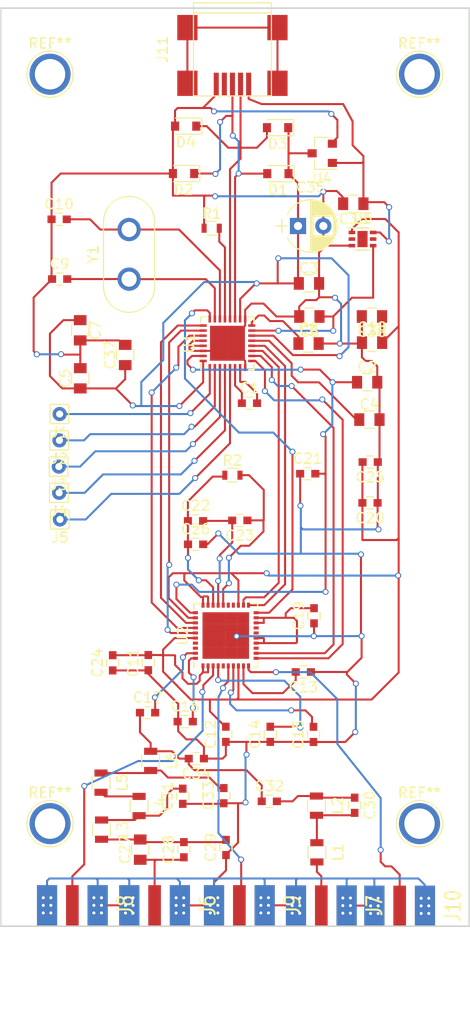
<source format=kicad_pcb>
(kicad_pcb (version 4) (host pcbnew 4.0.7)
  (layers (0 F.Cu signal) (31 B.Cu signal) (34 B.Paste user) (35 F.Paste user) (36 B.SilkS user) (37 F.SilkS user) (38 B.Mask user) (39 F.Mask user) (44 Edge.Cuts user))
  (net 0 "")
  (net 1 "Net-(C1-Pad2)")
  (net 2 "Net-(C1-Pad1)")
  (net 3 VDDI)
  (net 4 VDIG)
  (net 5 "Net-(C4-Pad1)")
  (net 6 V18-SYNTH)
  (net 7 "Net-(C9-Pad2)")
  (net 8 VRF)
  (net 9 "Net-(C13-Pad2)")
  (net 10 "Net-(C14-Pad2)")
  (net 11 "Net-(C15-Pad2)")
  (net 12 "Net-(C16-Pad2)")
  (net 13 HFPORT)
  (net 14 "Net-(C22-Pad1)")
  (net 15 USB_DP)
  (net 16 USB_DM)
  (net 17 I_IN_P)
  (net 18 I_IN_N)
  (net 19 Q_IN_P)
  (net 20 Q_IN_N)
  (net 21 "Net-(R1-Pad2)")
  (net 22 REFCLK)
  (net 23 SPI_LAT)
  (net 24 SPI_DATA)
  (net 25 SPI_CLK)
  (net 26 VHF_120_250MHZ)
  (net 27 UHF_400_1000MHZ)
  (net 28 VHF_50_120MHZ)
  (net 29 "Net-(U2-Pad16)")
  (net 30 LNAND_IN)
  (net 31 LBAND-INB)
  (net 32 "Net-(U2-Pad37)")
  (net 33 "Net-(U3-Pad2)")
  (net 34 "Net-(C31-Pad2)")
  (net 35 GND)
  (net 36 "Net-(J3-Pad1)")
  (net 37 "Net-(U2-Pad5)")
  (net 38 "Net-(U2-Pad13)")
  (net 39 "Net-(U2-Pad17)")
  (net 40 "Net-(U2-Pad38)")
  (net 41 "Net-(U3-Pad5)")
  (net 42 "Net-(J7-Pad1)")
  (net 43 "Net-(C8-Pad1)")
  (net 44 "Net-(C10-Pad2)")
  (net 45 "Net-(C17-Pad2)")
  (net 46 "Net-(C19-Pad2)")
  (net 47 "Net-(C22-Pad2)")
  (net 48 "Net-(C23-Pad1)")
  (net 49 "Net-(C27-Pad2)")
  (net 50 "Net-(C27-Pad1)")
  (net 51 "Net-(C30-Pad2)")
  (net 52 "Net-(C30-Pad1)")
  (net 53 "Net-(C33-Pad2)")
  (net 54 "Net-(J1-Pad1)")
  (net 55 "Net-(J2-Pad1)")
  (net 56 "Net-(J4-Pad1)")
  (net 57 "Net-(J5-Pad1)")
  (net 58 "Net-(L4-Pad1)")
  (net 59 "Net-(J11-Pad4)")
  (net 60 "Net-(J11-Pad6)")
  (net 61 "Net-(C38-Pad1)")
  (module Connectors:1pin (layer F.Cu) (at 154.5 124)
    (fp_text reference REF** (at 0 -3.048) (layer F.SilkS))
    (fp_text value 1pin)
    (pad 1 thru_hole circle (at 0 0) (size 4.064 4.064) (drill 3) (layers *.Cu *.Mask))
  )
  (module Connectors:1pin (layer F.Cu) (at 118 124)
    (fp_text reference REF** (at 0 -3.048) (layer F.SilkS))
    (fp_text value 1pin)
    (pad 1 thru_hole circle (at 0 0) (size 4.064 4.064) (drill 3) (layers *.Cu *.Mask))
  )
  (module Connectors:1pin (layer F.Cu) (at 154.5 50)
    (fp_text reference REF** (at 0 -3.048) (layer F.SilkS))
    (fp_text value 1pin)
    (pad 1 thru_hole circle (at 0 0) (size 4.064 4.064) (drill 3) (layers *.Cu *.Mask))
  )
  (module Connectors:1pin (layer F.Cu) (at 118 50)
    (fp_text reference REF** (at 0 -3.048) (layer F.SilkS))
    (fp_text value 1pin)
    (pad 1 thru_hole circle (at 0 0) (size 4.064 4.064) (drill 3) (layers *.Cu *.Mask))
  )
  (module Capacitors_SMD:C_0603 (layer F.Cu) (at 137.699 82.486)
    (fp_text reference C1 (at 0 -1.5) (layer F.SilkS))
    (fp_text value 10nF)
    (pad 2 smd rect (at 0.75 0) (size 0.8 0.75) (layers F.Cu F.Paste F.Mask) (net 1 "Net-(C1-Pad2)"))
    (pad 1 smd rect (at -0.75 0) (size 0.8 0.75) (layers F.Cu F.Paste F.Mask) (net 2 "Net-(C1-Pad1)"))
  )
  (module Capacitors_SMD:C_0805 (layer F.Cu) (at 149.329 80.416)
    (fp_text reference C2 (at 0 -1.5) (layer F.SilkS))
    (fp_text value 10uF)
    (pad 1 smd rect (at -1 0) (size 1 1.25) (layers F.Cu F.Paste F.Mask) (net 3 VDDI))
    (pad 2 smd rect (at 1 0) (size 1 1.25) (layers F.Cu F.Paste F.Mask) (net 35 GND))
  )
  (module Capacitors_SMD:C_0805 (layer F.Cu) (at 143.579 70.656)
    (fp_text reference C3 (at 0 -1.5) (layer F.SilkS))
    (fp_text value 10uF)
    (pad 1 smd rect (at -1 0) (size 1 1.25) (layers F.Cu F.Paste F.Mask) (net 4 VDIG))
    (pad 2 smd rect (at 1 0) (size 1 1.25) (layers F.Cu F.Paste F.Mask) (net 35 GND))
  )
  (module Capacitors_SMD:C_0805 (layer F.Cu) (at 149.549 84.106)
    (fp_text reference C4 (at 0 -1.5) (layer F.SilkS))
    (fp_text value 10uF)
    (pad 1 smd rect (at -1 0) (size 1 1.25) (layers F.Cu F.Paste F.Mask) (net 5 "Net-(C4-Pad1)"))
    (pad 2 smd rect (at 1 0) (size 1 1.25) (layers F.Cu F.Paste F.Mask) (net 35 GND))
  )
  (module Capacitors_SMD:C_0805 (layer F.Cu) (at 120.989 80.026 90)
    (fp_text reference C5 (at 0 -1.5 90) (layer F.SilkS))
    (fp_text value 10uF)
    (pad 1 smd rect (at -1 0 90) (size 1 1.25) (layers F.Cu F.Paste F.Mask) (net 4 VDIG))
    (pad 2 smd rect (at 1 0 90) (size 1 1.25) (layers F.Cu F.Paste F.Mask) (net 35 GND))
  )
  (module Capacitors_SMD:C_0805 (layer F.Cu) (at 143.619 73.926 180)
    (fp_text reference C6 (at 0 -1.5 180) (layer F.SilkS))
    (fp_text value 1uF)
    (pad 1 smd rect (at -1 0 180) (size 1 1.25) (layers F.Cu F.Paste F.Mask) (net 6 V18-SYNTH))
    (pad 2 smd rect (at 1 0 180) (size 1 1.25) (layers F.Cu F.Paste F.Mask) (net 35 GND))
  )
  (module Capacitors_SMD:C_0805 (layer F.Cu) (at 120.979 75.286 270)
    (fp_text reference C7 (at 0 -1.5 270) (layer F.SilkS))
    (fp_text value 10uF)
    (pad 1 smd rect (at -1 0 270) (size 1 1.25) (layers F.Cu F.Paste F.Mask) (net 4 VDIG))
    (pad 2 smd rect (at 1 0 270) (size 1 1.25) (layers F.Cu F.Paste F.Mask) (net 35 GND))
  )
  (module Capacitors_SMD:C_0805 (layer F.Cu) (at 143.539 76.596)
    (fp_text reference C8 (at 0 -1.5) (layer F.SilkS))
    (fp_text value 1uF)
    (pad 1 smd rect (at -1 0) (size 1 1.25) (layers F.Cu F.Paste F.Mask) (net 43 "Net-(C8-Pad1)"))
    (pad 2 smd rect (at 1 0) (size 1 1.25) (layers F.Cu F.Paste F.Mask) (net 35 GND))
  )
  (module Capacitors_SMD:C_0603 (layer F.Cu) (at 118.949 70.226)
    (fp_text reference C9 (at 0 -1.5) (layer F.SilkS))
    (fp_text value 18pF)
    (pad 2 smd rect (at 0.75 0) (size 0.8 0.75) (layers F.Cu F.Paste F.Mask) (net 7 "Net-(C9-Pad2)"))
    (pad 1 smd rect (at -0.75 0) (size 0.8 0.75) (layers F.Cu F.Paste F.Mask) (net 35 GND))
  )
  (module Capacitors_SMD:C_0603 (layer F.Cu) (at 118.899 64.326)
    (fp_text reference C10 (at 0 -1.5) (layer F.SilkS))
    (fp_text value 18pF)
    (pad 2 smd rect (at 0.75 0) (size 0.8 0.75) (layers F.Cu F.Paste F.Mask) (net 44 "Net-(C10-Pad2)"))
    (pad 1 smd rect (at -0.75 0) (size 0.8 0.75) (layers F.Cu F.Paste F.Mask) (net 35 GND))
  )
  (module Capacitors_SMD:C_0603 (layer F.Cu) (at 127.70612 108.1024 90)
    (fp_text reference C11 (at 0 -1.5 90) (layer F.SilkS))
    (fp_text value 10nF)
    (pad 2 smd rect (at 0.75 0 90) (size 0.8 0.75) (layers F.Cu F.Paste F.Mask) (net 8 VRF))
    (pad 1 smd rect (at -0.75 0 90) (size 0.8 0.75) (layers F.Cu F.Paste F.Mask) (net 35 GND))
  )
  (module Capacitors_SMD:C_0603 (layer F.Cu) (at 135.36676 115.17884 90)
    (fp_text reference C12 (at 0 -1.5 90) (layer F.SilkS))
    (fp_text value 10nF)
    (pad 2 smd rect (at 0.75 0 90) (size 0.8 0.75) (layers F.Cu F.Paste F.Mask) (net 8 VRF))
    (pad 1 smd rect (at -0.75 0 90) (size 0.8 0.75) (layers F.Cu F.Paste F.Mask) (net 35 GND))
  )
  (module Capacitors_SMD:C_0603 (layer F.Cu) (at 143.019 109.026 180)
    (fp_text reference C13 (at 0 -1.5 180) (layer F.SilkS))
    (fp_text value 10nF)
    (pad 2 smd rect (at 0.75 0 180) (size 0.8 0.75) (layers F.Cu F.Paste F.Mask) (net 9 "Net-(C13-Pad2)"))
    (pad 1 smd rect (at -0.75 0 180) (size 0.8 0.75) (layers F.Cu F.Paste F.Mask) (net 35 GND))
  )
  (module Capacitors_SMD:C_0603 (layer F.Cu) (at 139.75588 115.17884 90)
    (fp_text reference C14 (at 0 -1.5 90) (layer F.SilkS))
    (fp_text value 10nF)
    (pad 2 smd rect (at 0.75 0 90) (size 0.8 0.75) (layers F.Cu F.Paste F.Mask) (net 10 "Net-(C14-Pad2)"))
    (pad 1 smd rect (at -0.75 0 90) (size 0.8 0.75) (layers F.Cu F.Paste F.Mask) (net 35 GND))
  )
  (module Capacitors_SMD:C_0603 (layer F.Cu) (at 144.02308 115.189 90)
    (fp_text reference C15 (at 0 -1.5 90) (layer F.SilkS))
    (fp_text value 10nF)
    (pad 2 smd rect (at 0.75 0 90) (size 0.8 0.75) (layers F.Cu F.Paste F.Mask) (net 11 "Net-(C15-Pad2)"))
    (pad 1 smd rect (at -0.75 0 90) (size 0.8 0.75) (layers F.Cu F.Paste F.Mask) (net 35 GND))
  )
  (module Capacitors_SMD:C_0603 (layer F.Cu) (at 131.35356 113.92662)
    (fp_text reference C16 (at 0 -1.5) (layer F.SilkS))
    (fp_text value 100nF)
    (pad 2 smd rect (at 0.75 0) (size 0.8 0.75) (layers F.Cu F.Paste F.Mask) (net 12 "Net-(C16-Pad2)"))
    (pad 1 smd rect (at -0.75 0) (size 0.8 0.75) (layers F.Cu F.Paste F.Mask) (net 35 GND))
  )
  (module Capacitors_SMD:C_0603 (layer F.Cu) (at 127.635 113.0427)
    (fp_text reference C17 (at 0 -1.5) (layer F.SilkS))
    (fp_text value 100nF)
    (pad 2 smd rect (at 0.75 0) (size 0.8 0.75) (layers F.Cu F.Paste F.Mask) (net 45 "Net-(C17-Pad2)"))
    (pad 1 smd rect (at -0.75 0) (size 0.8 0.75) (layers F.Cu F.Paste F.Mask) (net 13 HFPORT))
  )
  (module Capacitors_SMD:C_0805 (layer F.Cu) (at 149.809 76.506)
    (fp_text reference C18 (at 0 -1.5) (layer F.SilkS))
    (fp_text value 1uF)
    (pad 1 smd rect (at -1 0) (size 1 1.25) (layers F.Cu F.Paste F.Mask) (net 35 GND))
    (pad 2 smd rect (at 1 0) (size 1 1.25) (layers F.Cu F.Paste F.Mask) (net 8 VRF))
  )
  (module Capacitors_SMD:C_0603 (layer F.Cu) (at 144.079 103.476 90)
    (fp_text reference C19 (at 0 -1.5 90) (layer F.SilkS))
    (fp_text value 10nF)
    (pad 2 smd rect (at 0.75 0 90) (size 0.8 0.75) (layers F.Cu F.Paste F.Mask) (net 46 "Net-(C19-Pad2)"))
    (pad 1 smd rect (at -0.75 0 90) (size 0.8 0.75) (layers F.Cu F.Paste F.Mask) (net 35 GND))
  )
  (module Capacitors_SMD:C_0603 (layer F.Cu) (at 149.609 92.326 180)
    (fp_text reference C20 (at 0 -1.5 180) (layer F.SilkS))
    (fp_text value 10nF)
    (pad 2 smd rect (at 0.75 0 180) (size 0.8 0.75) (layers F.Cu F.Paste F.Mask) (net 8 VRF))
    (pad 1 smd rect (at -0.75 0 180) (size 0.8 0.75) (layers F.Cu F.Paste F.Mask) (net 35 GND))
  )
  (module Capacitors_SMD:C_0603 (layer F.Cu) (at 143.459 89.446)
    (fp_text reference C21 (at 0 -1.5) (layer F.SilkS))
    (fp_text value 10nF)
    (pad 2 smd rect (at 0.75 0) (size 0.8 0.75) (layers F.Cu F.Paste F.Mask) (net 3 VDDI))
    (pad 1 smd rect (at -0.75 0) (size 0.8 0.75) (layers F.Cu F.Paste F.Mask) (net 35 GND))
  )
  (module Capacitors_SMD:C_0603 (layer F.Cu) (at 132.369 94.106)
    (fp_text reference C22 (at 0 -1.5) (layer F.SilkS))
    (fp_text value 6800pF)
    (pad 2 smd rect (at 0.75 0) (size 0.8 0.75) (layers F.Cu F.Paste F.Mask) (net 47 "Net-(C22-Pad2)"))
    (pad 1 smd rect (at -0.75 0) (size 0.8 0.75) (layers F.Cu F.Paste F.Mask) (net 14 "Net-(C22-Pad1)"))
  )
  (module Capacitors_SMD:C_0603 (layer F.Cu) (at 136.749 94.056 180)
    (fp_text reference C23 (at 0 -1.5 180) (layer F.SilkS))
    (fp_text value 6800pF)
    (pad 2 smd rect (at 0.75 0 180) (size 0.8 0.75) (layers F.Cu F.Paste F.Mask) (net 47 "Net-(C22-Pad2)"))
    (pad 1 smd rect (at -0.75 0 180) (size 0.8 0.75) (layers F.Cu F.Paste F.Mask) (net 48 "Net-(C23-Pad1)"))
  )
  (module Capacitors_SMD:C_0603 (layer F.Cu) (at 124.19076 108.12272 90)
    (fp_text reference C24 (at 0 -1.5 90) (layer F.SilkS))
    (fp_text value 10nF)
    (pad 2 smd rect (at 0.75 0 90) (size 0.8 0.75) (layers F.Cu F.Paste F.Mask) (net 8 VRF))
    (pad 1 smd rect (at -0.75 0 90) (size 0.8 0.75) (layers F.Cu F.Paste F.Mask) (net 35 GND))
  )
  (module Capacitors_SMD:C_0603 (layer F.Cu) (at 149.629 88.296 180)
    (fp_text reference C25 (at 0 -1.5 180) (layer F.SilkS))
    (fp_text value 10nF)
    (pad 2 smd rect (at 0.75 0 180) (size 0.8 0.75) (layers F.Cu F.Paste F.Mask) (net 8 VRF))
    (pad 1 smd rect (at -0.75 0 180) (size 0.8 0.75) (layers F.Cu F.Paste F.Mask) (net 35 GND))
  )
  (module Capacitors_SMD:C_0603 (layer F.Cu) (at 132.37972 96.4184)
    (fp_text reference C26 (at 0 -1.5) (layer F.SilkS))
    (fp_text value 10nF)
    (pad 2 smd rect (at 0.75 0) (size 0.8 0.75) (layers F.Cu F.Paste F.Mask) (net 35 GND))
    (pad 1 smd rect (at -0.75 0) (size 0.8 0.75) (layers F.Cu F.Paste F.Mask) (net 14 "Net-(C22-Pad1)"))
  )
  (module Capacitors_SMD:C_0805 (layer F.Cu) (at 126.9111 126.5682 90)
    (fp_text reference C27 (at 0 -1.5 90) (layer F.SilkS))
    (fp_text value 470nF)
    (pad 1 smd rect (at -1 0 90) (size 1 1.25) (layers F.Cu F.Paste F.Mask) (net 50 "Net-(C27-Pad1)"))
    (pad 2 smd rect (at 1 0 90) (size 1 1.25) (layers F.Cu F.Paste F.Mask) (net 49 "Net-(C27-Pad2)"))
  )
  (module Capacitors_SMD:C_0603 (layer F.Cu) (at 131.22148 126.57582 90)
    (fp_text reference C28 (at 0 -1.5 90) (layer F.SilkS))
    (fp_text value 1nF)
    (pad 2 smd rect (at 0.75 0 90) (size 0.8 0.75) (layers F.Cu F.Paste F.Mask) (net 49 "Net-(C27-Pad2)"))
    (pad 1 smd rect (at -0.75 0 90) (size 0.8 0.75) (layers F.Cu F.Paste F.Mask) (net 50 "Net-(C27-Pad1)"))
  )
  (module Capacitors_SMD:C_0603 (layer F.Cu) (at 135.38454 126.3523 90)
    (fp_text reference C29 (at 0 -1.5 90) (layer F.SilkS))
    (fp_text value 56pF)
    (pad 2 smd rect (at 0.75 0 90) (size 0.8 0.75) (layers F.Cu F.Paste F.Mask) (net 49 "Net-(C27-Pad2)"))
    (pad 1 smd rect (at -0.75 0 90) (size 0.8 0.75) (layers F.Cu F.Paste F.Mask) (net 35 GND))
  )
  (module Capacitors_SMD:C_0603 (layer F.Cu) (at 148.0947 122.1867 270)
    (fp_text reference C30 (at 0 -1.5 270) (layer F.SilkS))
    (fp_text value 3.9pF)
    (pad 2 smd rect (at 0.75 0 270) (size 0.8 0.75) (layers F.Cu F.Paste F.Mask) (net 51 "Net-(C30-Pad2)"))
    (pad 1 smd rect (at -0.75 0 270) (size 0.8 0.75) (layers F.Cu F.Paste F.Mask) (net 52 "Net-(C30-Pad1)"))
  )
  (module Capacitors_SMD:C_0603 (layer F.Cu) (at 131.10972 121.29516 90)
    (fp_text reference C31 (at 0 -1.5 90) (layer F.SilkS))
    (fp_text value 160pF)
    (pad 2 smd rect (at 0.75 0 90) (size 0.8 0.75) (layers F.Cu F.Paste F.Mask) (net 34 "Net-(C31-Pad2)"))
    (pad 1 smd rect (at -0.75 0 90) (size 0.8 0.75) (layers F.Cu F.Paste F.Mask) (net 35 GND))
  )
  (module Capacitors_SMD:C_0603 (layer F.Cu) (at 139.65936 121.79808)
    (fp_text reference C32 (at 0 -1.5) (layer F.SilkS))
    (fp_text value 39pF)
    (pad 2 smd rect (at 0.75 0) (size 0.8 0.75) (layers F.Cu F.Paste F.Mask) (net 52 "Net-(C30-Pad1)"))
    (pad 1 smd rect (at -0.75 0) (size 0.8 0.75) (layers F.Cu F.Paste F.Mask) (net 13 HFPORT))
  )
  (module Capacitors_SMD:C_0603 (layer F.Cu) (at 135.16102 121.23928 90)
    (fp_text reference C33 (at 0 -1.5 90) (layer F.SilkS))
    (fp_text value 160pF)
    (pad 2 smd rect (at 0.75 0 90) (size 0.8 0.75) (layers F.Cu F.Paste F.Mask) (net 53 "Net-(C33-Pad2)"))
    (pad 1 smd rect (at -0.75 0 90) (size 0.8 0.75) (layers F.Cu F.Paste F.Mask) (net 35 GND))
  )
  (module Capacitors_SMD:C_0603 (layer F.Cu) (at 132.45084 117.57914 180)
    (fp_text reference C34 (at 0 -1.5 180) (layer F.SilkS))
    (fp_text value 56pF)
    (pad 2 smd rect (at 0.75 0 180) (size 0.8 0.75) (layers F.Cu F.Paste F.Mask) (net 13 HFPORT))
    (pad 1 smd rect (at -0.75 0 180) (size 0.8 0.75) (layers F.Cu F.Paste F.Mask) (net 35 GND))
  )
  (module Capacitors_THT:CP_Radial_D5.0mm_P2.50mm (layer F.Cu) (at 142.499 64.986)
    (fp_text reference C35 (at 1.25 -3.81) (layer F.SilkS))
    (fp_text value 100uF)
    (pad 1 thru_hole rect (at 0 0) (size 1.6 1.6) (drill 0.8) (layers *.Cu *.Mask) (net 4 VDIG))
    (pad 2 thru_hole circle (at 2.5 0) (size 1.6 1.6) (drill 0.8) (layers *.Cu *.Mask) (net 35 GND))
  )
  (module Capacitors_SMD:C_0805 (layer F.Cu) (at 149.799 73.926 180)
    (fp_text reference C36 (at 0 -1.5 180) (layer F.SilkS))
    (fp_text value 10uF)
    (pad 1 smd rect (at -1 0 180) (size 1 1.25) (layers F.Cu F.Paste F.Mask) (net 8 VRF))
    (pad 2 smd rect (at 1 0 180) (size 1 1.25) (layers F.Cu F.Paste F.Mask) (net 35 GND))
  )
  (module Capacitors_SMD:C_0805 (layer F.Cu) (at 125.4252 77.724 90)
    (fp_text reference C37 (at 0 -1.5 90) (layer F.SilkS))
    (fp_text value 10uF)
    (pad 1 smd rect (at -1 0 90) (size 1 1.25) (layers F.Cu F.Paste F.Mask) (net 4 VDIG))
    (pad 2 smd rect (at 1 0 90) (size 1 1.25) (layers F.Cu F.Paste F.Mask) (net 35 GND))
  )
  (module Capacitors_SMD:C_0805 (layer F.Cu) (at 147.959 62.786 180)
    (fp_text reference C38 (at 0 -1.5 180) (layer F.SilkS))
    (fp_text value 10uF)
    (pad 1 smd rect (at -1 0 180) (size 1 1.25) (layers F.Cu F.Paste F.Mask) (net 61 "Net-(C38-Pad1)"))
    (pad 2 smd rect (at 1 0 180) (size 1 1.25) (layers F.Cu F.Paste F.Mask) (net 35 GND))
  )
  (module Diodes_SMD:D_0805 (layer F.Cu) (at 140.509 59.816 180)
    (fp_text reference D1 (at 0 -1.6 180) (layer F.SilkS))
    (fp_text value D)
    (pad 1 smd rect (at -1.05 0 180) (size 0.8 0.9) (layers F.Cu F.Paste F.Mask) (net 4 VDIG))
    (pad 2 smd rect (at 1.05 0 180) (size 0.8 0.9) (layers F.Cu F.Paste F.Mask) (net 15 USB_DP))
  )
  (module Diodes_SMD:D_0805 (layer F.Cu) (at 131.189 59.806 180)
    (fp_text reference D2 (at 0 -1.6 180) (layer F.SilkS))
    (fp_text value D)
    (pad 1 smd rect (at -1.05 0 180) (size 0.8 0.9) (layers F.Cu F.Paste F.Mask) (net 15 USB_DP))
    (pad 2 smd rect (at 1.05 0 180) (size 0.8 0.9) (layers F.Cu F.Paste F.Mask) (net 35 GND))
  )
  (module Diodes_SMD:D_0805 (layer F.Cu) (at 140.479 55.276 180)
    (fp_text reference D3 (at 0 -1.6 180) (layer F.SilkS))
    (fp_text value D)
    (pad 1 smd rect (at -1.05 0 180) (size 0.8 0.9) (layers F.Cu F.Paste F.Mask) (net 4 VDIG))
    (pad 2 smd rect (at 1.05 0 180) (size 0.8 0.9) (layers F.Cu F.Paste F.Mask) (net 16 USB_DM))
  )
  (module Diodes_SMD:D_0805 (layer F.Cu) (at 131.399 55.126 180)
    (fp_text reference D4 (at 0 -1.6 180) (layer F.SilkS))
    (fp_text value D)
    (pad 1 smd rect (at -1.05 0 180) (size 0.8 0.9) (layers F.Cu F.Paste F.Mask) (net 16 USB_DM))
    (pad 2 smd rect (at 1.05 0 180) (size 0.8 0.9) (layers F.Cu F.Paste F.Mask) (net 35 GND))
  )
  (module sma:SMA_OPL_EM (layer F.Cu) (at 128.329 134.576 90)
    (fp_text reference J6 (at 2.5 5.25 90) (layer F.SilkS) (effects (font (size 1.5 1.2) (thickness 0.2))))
    (fp_text value SMA_0_30MHZ hide)
    (pad 1 smd rect (at 2.5 0 90) (size 4 1.25) (layers F.Cu F.Mask) (net 50 "Net-(C27-Pad1)"))
    (pad 2 smd rect (at 2.5 2.5 90) (size 4 2) (layers *.Cu *.Mask) (net 35 GND))
    (pad 2 thru_hole circle (at 1.75 2.875 90) (size 0.4 0.4) (drill 0.3) (layers *.Cu) (net 35 GND))
    (pad 2 thru_hole circle (at 1.75 2.125 90) (size 0.4 0.4) (drill 0.3) (layers *.Cu) (net 35 GND))
    (pad 2 thru_hole circle (at 2.5 2.875 90) (size 0.4 0.4) (drill 0.3) (layers *.Cu) (net 35 GND))
    (pad 2 thru_hole circle (at 2.5 2.125 90) (size 0.4 0.4) (drill 0.3) (layers *.Cu) (net 35 GND))
    (pad 2 thru_hole circle (at 3.25 2.875 90) (size 0.4 0.4) (drill 0.3) (layers *.Cu) (net 35 GND))
    (pad 2 thru_hole circle (at 3.25 2.125 90) (size 0.4 0.4) (drill 0.3) (layers *.Cu) (net 35 GND))
    (pad 3 smd rect (at 2.5 -2.5 90) (size 4 2) (layers *.Cu *.Mask) (net 35 GND))
    (pad 3 thru_hole circle (at 1.75 -2.875 90) (size 0.4 0.4) (drill 0.3) (layers *.Cu) (net 35 GND))
    (pad 3 thru_hole circle (at 1.75 -2.125 90) (size 0.4 0.4) (drill 0.3) (layers *.Cu) (net 35 GND))
    (pad 3 thru_hole circle (at 2.5 -2.875 90) (size 0.4 0.4) (drill 0.3) (layers *.Cu) (net 35 GND))
    (pad 3 thru_hole circle (at 2.5 -2.125 90) (size 0.4 0.4) (drill 0.3) (layers *.Cu) (net 35 GND))
    (pad 3 thru_hole circle (at 3.25 -2.875 90) (size 0.4 0.4) (drill 0.3) (layers *.Cu) (net 35 GND))
    (pad 3 thru_hole circle (at 3.25 -2.125 90) (size 0.4 0.4) (drill 0.3) (layers *.Cu) (net 35 GND))
  )
  (module sma:SMA_OPL_EM (layer F.Cu) (at 144.80032 134.5946 90)
    (fp_text reference J7 (at 2.5 5.25 90) (layer F.SilkS) (effects (font (size 1.5 1.2) (thickness 0.2))))
    (fp_text value SMA_30_60MHZ hide)
    (pad 1 smd rect (at 2.5 0 90) (size 4 1.25) (layers F.Cu F.Mask) (net 42 "Net-(J7-Pad1)"))
    (pad 2 smd rect (at 2.5 2.5 90) (size 4 2) (layers *.Cu *.Mask) (net 35 GND))
    (pad 2 thru_hole circle (at 1.75 2.875 90) (size 0.4 0.4) (drill 0.3) (layers *.Cu) (net 35 GND))
    (pad 2 thru_hole circle (at 1.75 2.125 90) (size 0.4 0.4) (drill 0.3) (layers *.Cu) (net 35 GND))
    (pad 2 thru_hole circle (at 2.5 2.875 90) (size 0.4 0.4) (drill 0.3) (layers *.Cu) (net 35 GND))
    (pad 2 thru_hole circle (at 2.5 2.125 90) (size 0.4 0.4) (drill 0.3) (layers *.Cu) (net 35 GND))
    (pad 2 thru_hole circle (at 3.25 2.875 90) (size 0.4 0.4) (drill 0.3) (layers *.Cu) (net 35 GND))
    (pad 2 thru_hole circle (at 3.25 2.125 90) (size 0.4 0.4) (drill 0.3) (layers *.Cu) (net 35 GND))
    (pad 3 smd rect (at 2.5 -2.5 90) (size 4 2) (layers *.Cu *.Mask) (net 35 GND))
    (pad 3 thru_hole circle (at 1.75 -2.875 90) (size 0.4 0.4) (drill 0.3) (layers *.Cu) (net 35 GND))
    (pad 3 thru_hole circle (at 1.75 -2.125 90) (size 0.4 0.4) (drill 0.3) (layers *.Cu) (net 35 GND))
    (pad 3 thru_hole circle (at 2.5 -2.875 90) (size 0.4 0.4) (drill 0.3) (layers *.Cu) (net 35 GND))
    (pad 3 thru_hole circle (at 2.5 -2.125 90) (size 0.4 0.4) (drill 0.3) (layers *.Cu) (net 35 GND))
    (pad 3 thru_hole circle (at 3.25 -2.875 90) (size 0.4 0.4) (drill 0.3) (layers *.Cu) (net 35 GND))
    (pad 3 thru_hole circle (at 3.25 -2.125 90) (size 0.4 0.4) (drill 0.3) (layers *.Cu) (net 35 GND))
  )
  (module sma:SMA_OPL_EMPTYHEAD (layer F.Cu) (at 120.2055 134.5692 90)
    (fp_text reference J8 (at 2.5 5.25 90) (layer F.SilkS) (effects (font (size 1.5 1.2) (thickness 0.2))))
    (fp_text value SMA_VHF2 hide)
    (pad 1 smd rect (at 2.5 0 90) (size 4 1.25) (layers F.Cu F.Mask) (net 26 VHF_120_250MHZ))
    (pad 2 smd rect (at 2.5 2.5 90) (size 4 2) (layers *.Cu *.Mask) (net 35 GND))
    (pad 2 thru_hole circle (at 1.75 2.875 90) (size 0.4 0.4) (drill 0.3) (layers *.Cu) (net 35 GND))
    (pad 2 thru_hole circle (at 1.75 2.125 90) (size 0.4 0.4) (drill 0.3) (layers *.Cu) (net 35 GND))
    (pad 2 thru_hole circle (at 2.5 2.875 90) (size 0.4 0.4) (drill 0.3) (layers *.Cu) (net 35 GND))
    (pad 2 thru_hole circle (at 2.5 2.125 90) (size 0.4 0.4) (drill 0.3) (layers *.Cu) (net 35 GND))
    (pad 2 thru_hole circle (at 3.25 2.875 90) (size 0.4 0.4) (drill 0.3) (layers *.Cu) (net 35 GND))
    (pad 2 thru_hole circle (at 3.25 2.125 90) (size 0.4 0.4) (drill 0.3) (layers *.Cu) (net 35 GND))
    (pad 3 smd rect (at 2.5 -2.5 90) (size 4 2) (layers *.Cu *.Mask) (net 35 GND))
    (pad 3 thru_hole circle (at 1.75 -2.875 90) (size 0.4 0.4) (drill 0.3) (layers *.Cu) (net 35 GND))
    (pad 3 thru_hole circle (at 1.75 -2.125 90) (size 0.4 0.4) (drill 0.3) (layers *.Cu) (net 35 GND))
    (pad 3 thru_hole circle (at 2.5 -2.875 90) (size 0.4 0.4) (drill 0.3) (layers *.Cu) (net 35 GND))
    (pad 3 thru_hole circle (at 2.5 -2.125 90) (size 0.4 0.4) (drill 0.3) (layers *.Cu) (net 35 GND))
    (pad 3 thru_hole circle (at 3.25 -2.875 90) (size 0.4 0.4) (drill 0.3) (layers *.Cu) (net 35 GND))
    (pad 3 thru_hole circle (at 3.25 -2.125 90) (size 0.4 0.4) (drill 0.3) (layers *.Cu) (net 35 GND))
  )
  (module sma:SMA_OPL_EMPTYHEAD (layer F.Cu) (at 136.7028 134.5692 90)
    (fp_text reference J9 (at 2.5 5.25 90) (layer F.SilkS) (effects (font (size 1.5 1.2) (thickness 0.2))))
    (fp_text value SMA_UHF hide)
    (pad 1 smd rect (at 2.5 0 90) (size 4 1.25) (layers F.Cu F.Mask) (net 27 UHF_400_1000MHZ))
    (pad 2 smd rect (at 2.5 2.5 90) (size 4 2) (layers *.Cu *.Mask) (net 35 GND))
    (pad 2 thru_hole circle (at 1.75 2.875 90) (size 0.4 0.4) (drill 0.3) (layers *.Cu) (net 35 GND))
    (pad 2 thru_hole circle (at 1.75 2.125 90) (size 0.4 0.4) (drill 0.3) (layers *.Cu) (net 35 GND))
    (pad 2 thru_hole circle (at 2.5 2.875 90) (size 0.4 0.4) (drill 0.3) (layers *.Cu) (net 35 GND))
    (pad 2 thru_hole circle (at 2.5 2.125 90) (size 0.4 0.4) (drill 0.3) (layers *.Cu) (net 35 GND))
    (pad 2 thru_hole circle (at 3.25 2.875 90) (size 0.4 0.4) (drill 0.3) (layers *.Cu) (net 35 GND))
    (pad 2 thru_hole circle (at 3.25 2.125 90) (size 0.4 0.4) (drill 0.3) (layers *.Cu) (net 35 GND))
    (pad 3 smd rect (at 2.5 -2.5 90) (size 4 2) (layers *.Cu *.Mask) (net 35 GND))
    (pad 3 thru_hole circle (at 1.75 -2.875 90) (size 0.4 0.4) (drill 0.3) (layers *.Cu) (net 35 GND))
    (pad 3 thru_hole circle (at 1.75 -2.125 90) (size 0.4 0.4) (drill 0.3) (layers *.Cu) (net 35 GND))
    (pad 3 thru_hole circle (at 2.5 -2.875 90) (size 0.4 0.4) (drill 0.3) (layers *.Cu) (net 35 GND))
    (pad 3 thru_hole circle (at 2.5 -2.125 90) (size 0.4 0.4) (drill 0.3) (layers *.Cu) (net 35 GND))
    (pad 3 thru_hole circle (at 3.25 -2.875 90) (size 0.4 0.4) (drill 0.3) (layers *.Cu) (net 35 GND))
    (pad 3 thru_hole circle (at 3.25 -2.125 90) (size 0.4 0.4) (drill 0.3) (layers *.Cu) (net 35 GND))
  )
  (module sma:SMA_OPL_EMPTYHEAD (layer F.Cu) (at 152.5397 134.62254 90)
    (fp_text reference J10 (at 2.5 5.25 90) (layer F.SilkS) (effects (font (size 1.5 1.2) (thickness 0.2))))
    (fp_text value SMA_VHF1 hide)
    (pad 1 smd rect (at 2.5 0 90) (size 4 1.25) (layers F.Cu F.Mask) (net 28 VHF_50_120MHZ))
    (pad 2 smd rect (at 2.5 2.5 90) (size 4 2) (layers *.Cu *.Mask) (net 35 GND))
    (pad 2 thru_hole circle (at 1.75 2.875 90) (size 0.4 0.4) (drill 0.3) (layers *.Cu) (net 35 GND))
    (pad 2 thru_hole circle (at 1.75 2.125 90) (size 0.4 0.4) (drill 0.3) (layers *.Cu) (net 35 GND))
    (pad 2 thru_hole circle (at 2.5 2.875 90) (size 0.4 0.4) (drill 0.3) (layers *.Cu) (net 35 GND))
    (pad 2 thru_hole circle (at 2.5 2.125 90) (size 0.4 0.4) (drill 0.3) (layers *.Cu) (net 35 GND))
    (pad 2 thru_hole circle (at 3.25 2.875 90) (size 0.4 0.4) (drill 0.3) (layers *.Cu) (net 35 GND))
    (pad 2 thru_hole circle (at 3.25 2.125 90) (size 0.4 0.4) (drill 0.3) (layers *.Cu) (net 35 GND))
    (pad 3 smd rect (at 2.5 -2.5 90) (size 4 2) (layers *.Cu *.Mask) (net 35 GND))
    (pad 3 thru_hole circle (at 1.75 -2.875 90) (size 0.4 0.4) (drill 0.3) (layers *.Cu) (net 35 GND))
    (pad 3 thru_hole circle (at 1.75 -2.125 90) (size 0.4 0.4) (drill 0.3) (layers *.Cu) (net 35 GND))
    (pad 3 thru_hole circle (at 2.5 -2.875 90) (size 0.4 0.4) (drill 0.3) (layers *.Cu) (net 35 GND))
    (pad 3 thru_hole circle (at 2.5 -2.125 90) (size 0.4 0.4) (drill 0.3) (layers *.Cu) (net 35 GND))
    (pad 3 thru_hole circle (at 3.25 -2.875 90) (size 0.4 0.4) (drill 0.3) (layers *.Cu) (net 35 GND))
    (pad 3 thru_hole circle (at 3.25 -2.125 90) (size 0.4 0.4) (drill 0.3) (layers *.Cu) (net 35 GND))
  )
  (module Connectors:USB_Mini-B (layer F.Cu) (at 136.019 48.196 270)
    (fp_text reference J11 (at -0.65 6.9 270) (layer F.SilkS))
    (fp_text value USB_OTG)
    (pad 1 smd rect (at 2.8 -1.6 270) (size 2.3 0.5) (layers F.Cu F.Paste F.Mask) (net 61 "Net-(C38-Pad1)"))
    (pad 2 smd rect (at 2.8 -0.8 270) (size 2.3 0.5) (layers F.Cu F.Paste F.Mask) (net 16 USB_DM))
    (pad 3 smd rect (at 2.8 0 270) (size 2.3 0.5) (layers F.Cu F.Paste F.Mask) (net 15 USB_DP))
    (pad 4 smd rect (at 2.8 0.8 270) (size 2.3 0.5) (layers F.Cu F.Paste F.Mask) (net 59 "Net-(J11-Pad4)"))
    (pad 5 smd rect (at 2.8 1.6 270) (size 2.3 0.5) (layers F.Cu F.Paste F.Mask) (net 35 GND))
    (pad 6 smd rect (at 2.7 -4.45 270) (size 2.5 2) (layers F.Cu F.Paste F.Mask) (net 60 "Net-(J11-Pad6)"))
    (pad 6 smd rect (at -2.8 -4.45 270) (size 2.5 2) (layers F.Cu F.Paste F.Mask) (net 60 "Net-(J11-Pad6)"))
    (pad 6 smd rect (at 2.7 4.45 270) (size 2.5 2) (layers F.Cu F.Paste F.Mask) (net 60 "Net-(J11-Pad6)"))
    (pad 6 smd rect (at -2.8 4.45 270) (size 2.5 2) (layers F.Cu F.Paste F.Mask) (net 60 "Net-(J11-Pad6)"))
    (pad "" np_thru_hole circle (at 0.2 -2.2 270) (size 0.9 0.9) (drill 0.9) (layers *.Cu *.Mask))
    (pad "" np_thru_hole circle (at 0.2 2.2 270) (size 0.9 0.9) (drill 0.9) (layers *.Cu *.Mask))
  )
  (module Inductors_SMD:L_0805 (layer F.Cu) (at 144.3609 126.8349 270)
    (fp_text reference L1 (at 0 -2.1 270) (layer F.SilkS))
    (fp_text value 220nH)
    (pad 1 smd rect (at -0.95 0 270) (size 0.7 1.3) (layers F.Cu F.Paste F.Mask) (net 51 "Net-(C30-Pad2)"))
    (pad 2 smd rect (at 0.95 0 270) (size 0.7 1.3) (layers F.Cu F.Paste F.Mask) (net 42 "Net-(J7-Pad1)"))
  )
  (module Inductors_SMD:L_0805 (layer F.Cu) (at 144.3228 122.2248 270)
    (fp_text reference L2 (at 0 -2.1 270) (layer F.SilkS))
    (fp_text value 330nH)
    (pad 1 smd rect (at -0.95 0 270) (size 0.7 1.3) (layers F.Cu F.Paste F.Mask) (net 52 "Net-(C30-Pad1)"))
    (pad 2 smd rect (at 0.95 0 270) (size 0.7 1.3) (layers F.Cu F.Paste F.Mask) (net 51 "Net-(C30-Pad2)"))
  )
  (module Inductors_SMD:L_0805 (layer F.Cu) (at 123.09094 124.59208 270)
    (fp_text reference L3 (at 0 -2.1 270) (layer F.SilkS))
    (fp_text value 330nH)
    (pad 1 smd rect (at -0.95 0 270) (size 0.7 1.3) (layers F.Cu F.Paste F.Mask) (net 34 "Net-(C31-Pad2)"))
    (pad 2 smd rect (at 0.95 0 270) (size 0.7 1.3) (layers F.Cu F.Paste F.Mask) (net 49 "Net-(C27-Pad2)"))
  )
  (module Inductors_SMD:L_0805 (layer F.Cu) (at 126.7968 122.2629 270)
    (fp_text reference L4 (at 0 -2.1 270) (layer F.SilkS))
    (fp_text value 270nH)
    (pad 1 smd rect (at -0.95 0 270) (size 0.7 1.3) (layers F.Cu F.Paste F.Mask) (net 58 "Net-(L4-Pad1)"))
    (pad 2 smd rect (at 0.95 0 270) (size 0.7 1.3) (layers F.Cu F.Paste F.Mask) (net 34 "Net-(C31-Pad2)"))
  )
  (module Inductors_SMD:L_0805 (layer F.Cu) (at 123.03506 119.95404 270)
    (fp_text reference L5 (at 0 -2.1 270) (layer F.SilkS))
    (fp_text value 150nH)
    (pad 1 smd rect (at -0.95 0 270) (size 0.7 1.3) (layers F.Cu F.Paste F.Mask) (net 53 "Net-(C33-Pad2)"))
    (pad 2 smd rect (at 0.95 0 270) (size 0.7 1.3) (layers F.Cu F.Paste F.Mask) (net 58 "Net-(L4-Pad1)"))
  )
  (module Inductors_SMD:L_0805 (layer F.Cu) (at 127.9398 117.8052 270)
    (fp_text reference L6 (at 0 -2.1 270) (layer F.SilkS))
    (fp_text value 330nH)
    (pad 1 smd rect (at -0.95 0 270) (size 0.7 1.3) (layers F.Cu F.Paste F.Mask) (net 13 HFPORT))
    (pad 2 smd rect (at 0.95 0 270) (size 0.7 1.3) (layers F.Cu F.Paste F.Mask) (net 53 "Net-(C33-Pad2)"))
  )
  (module Resistors_SMD:R_0603 (layer F.Cu) (at 133.969 65.206)
    (fp_text reference R1 (at 0 -1.45) (layer F.SilkS))
    (fp_text value 510R)
    (pad 1 smd rect (at -0.75 0) (size 0.5 0.9) (layers F.Cu F.Paste F.Mask) (net 35 GND))
    (pad 2 smd rect (at 0.75 0) (size 0.5 0.9) (layers F.Cu F.Paste F.Mask) (net 21 "Net-(R1-Pad2)"))
  )
  (module Resistors_SMD:R_0603 (layer F.Cu) (at 136.017 89.59088)
    (fp_text reference R2 (at 0 -1.45) (layer F.SilkS))
    (fp_text value 390R)
    (pad 1 smd rect (at -0.75 0) (size 0.5 0.9) (layers F.Cu F.Paste F.Mask) (net 14 "Net-(C22-Pad1)"))
    (pad 2 smd rect (at 0.75 0) (size 0.5 0.9) (layers F.Cu F.Paste F.Mask) (net 48 "Net-(C23-Pad1)"))
  )
  (module Housings_DFN_QFN:QFN-32-1EP_5x5mm_Pitch0.5mm (layer F.Cu) (at 135.529 76.566 90)
    (fp_text reference U1 (at 0 -3.75 90) (layer F.SilkS))
    (fp_text value msi2500)
    (pad 1 smd rect (at -2.4 -1.75 90) (size 0.7 0.25) (layers F.Cu F.Paste F.Mask) (net 54 "Net-(J1-Pad1)"))
    (pad 2 smd rect (at -2.4 -1.25 90) (size 0.7 0.25) (layers F.Cu F.Paste F.Mask) (net 55 "Net-(J2-Pad1)"))
    (pad 3 smd rect (at -2.4 -0.75 90) (size 0.7 0.25) (layers F.Cu F.Paste F.Mask) (net 36 "Net-(J3-Pad1)"))
    (pad 4 smd rect (at -2.4 -0.25 90) (size 0.7 0.25) (layers F.Cu F.Paste F.Mask) (net 56 "Net-(J4-Pad1)"))
    (pad 5 smd rect (at -2.4 0.25 90) (size 0.7 0.25) (layers F.Cu F.Paste F.Mask) (net 57 "Net-(J5-Pad1)"))
    (pad 6 smd rect (at -2.4 0.75 90) (size 0.7 0.25) (layers F.Cu F.Paste F.Mask) (net 2 "Net-(C1-Pad1)"))
    (pad 7 smd rect (at -2.4 1.25 90) (size 0.7 0.25) (layers F.Cu F.Paste F.Mask) (net 1 "Net-(C1-Pad2)"))
    (pad 8 smd rect (at -2.4 1.75 90) (size 0.7 0.25) (layers F.Cu F.Paste F.Mask) (net 35 GND))
    (pad 9 smd rect (at -1.75 2.4 180) (size 0.7 0.25) (layers F.Cu F.Paste F.Mask) (net 17 I_IN_P))
    (pad 10 smd rect (at -1.25 2.4 180) (size 0.7 0.25) (layers F.Cu F.Paste F.Mask) (net 18 I_IN_N))
    (pad 11 smd rect (at -0.75 2.4 180) (size 0.7 0.25) (layers F.Cu F.Paste F.Mask) (net 19 Q_IN_P))
    (pad 12 smd rect (at -0.25 2.4 180) (size 0.7 0.25) (layers F.Cu F.Paste F.Mask) (net 20 Q_IN_N))
    (pad 13 smd rect (at 0.25 2.4 180) (size 0.7 0.25) (layers F.Cu F.Paste F.Mask) (net 5 "Net-(C4-Pad1)"))
    (pad 14 smd rect (at 0.75 2.4 180) (size 0.7 0.25) (layers F.Cu F.Paste F.Mask) (net 4 VDIG))
    (pad 15 smd rect (at 1.25 2.4 180) (size 0.7 0.25) (layers F.Cu F.Paste F.Mask) (net 6 V18-SYNTH))
    (pad 16 smd rect (at 1.75 2.4 180) (size 0.7 0.25) (layers F.Cu F.Paste F.Mask) (net 43 "Net-(C8-Pad1)"))
    (pad 17 smd rect (at 2.4 1.75 90) (size 0.7 0.25) (layers F.Cu F.Paste F.Mask) (net 35 GND))
    (pad 18 smd rect (at 2.4 1.25 90) (size 0.7 0.25) (layers F.Cu F.Paste F.Mask) (net 4 VDIG))
    (pad 19 smd rect (at 2.4 0.75 90) (size 0.7 0.25) (layers F.Cu F.Paste F.Mask) (net 15 USB_DP))
    (pad 20 smd rect (at 2.4 0.25 90) (size 0.7 0.25) (layers F.Cu F.Paste F.Mask) (net 16 USB_DM))
    (pad 21 smd rect (at 2.4 -0.25 90) (size 0.7 0.25) (layers F.Cu F.Paste F.Mask) (net 21 "Net-(R1-Pad2)"))
    (pad 22 smd rect (at 2.4 -0.75 90) (size 0.7 0.25) (layers F.Cu F.Paste F.Mask) (net 44 "Net-(C10-Pad2)"))
    (pad 23 smd rect (at 2.4 -1.25 90) (size 0.7 0.25) (layers F.Cu F.Paste F.Mask) (net 7 "Net-(C9-Pad2)"))
    (pad 24 smd rect (at 2.4 -1.75 90) (size 0.7 0.25) (layers F.Cu F.Paste F.Mask) (net 22 REFCLK))
    (pad 25 smd rect (at 1.75 -2.4 180) (size 0.7 0.25) (layers F.Cu F.Paste F.Mask) (net 23 SPI_LAT))
    (pad 26 smd rect (at 1.25 -2.4 180) (size 0.7 0.25) (layers F.Cu F.Paste F.Mask) (net 24 SPI_DATA))
    (pad 27 smd rect (at 0.75 -2.4 180) (size 0.7 0.25) (layers F.Cu F.Paste F.Mask) (net 25 SPI_CLK))
    (pad 28 smd rect (at 0.25 -2.4 180) (size 0.7 0.25) (layers F.Cu F.Paste F.Mask) (net 35 GND))
    (pad 29 smd rect (at -0.25 -2.4 180) (size 0.7 0.25) (layers F.Cu F.Paste F.Mask) (net 35 GND))
    (pad 30 smd rect (at -0.75 -2.4 180) (size 0.7 0.25) (layers F.Cu F.Paste F.Mask) (net 35 GND))
    (pad 31 smd rect (at -1.25 -2.4 180) (size 0.7 0.25) (layers F.Cu F.Paste F.Mask) (net 3 VDDI))
    (pad 32 smd rect (at -1.75 -2.4 180) (size 0.7 0.25) (layers F.Cu F.Paste F.Mask) (net 4 VDIG))
    (pad 33 smd rect (at 0.8625 0.8625 90) (size 1.725 1.725) (layers F.Cu F.Paste F.Mask) (net 35 GND))
    (pad 33 smd rect (at 0.8625 -0.8625 90) (size 1.725 1.725) (layers F.Cu F.Paste F.Mask) (net 35 GND))
    (pad 33 smd rect (at -0.8625 0.8625 90) (size 1.725 1.725) (layers F.Cu F.Paste F.Mask) (net 35 GND))
    (pad 33 smd rect (at -0.8625 -0.8625 90) (size 1.725 1.725) (layers F.Cu F.Paste F.Mask) (net 35 GND))
  )
  (module Housings_DFN_QFN:QFN-40-1EP_6x6mm_Pitch0.5mm (layer F.Cu) (at 135.359 105.426 90)
    (fp_text reference U2 (at 0 -4.25 90) (layer F.SilkS))
    (fp_text value msi001)
    (pad 1 smd rect (at -3 -2.25 90) (size 0.5 0.3) (layers F.Cu F.Paste F.Mask) (net 8 VRF))
    (pad 2 smd rect (at -3 -1.75 90) (size 0.5 0.3) (layers F.Cu F.Paste F.Mask) (net 8 VRF))
    (pad 3 smd rect (at -3 -1.25 90) (size 0.5 0.3) (layers F.Cu F.Paste F.Mask) (net 26 VHF_120_250MHZ))
    (pad 4 smd rect (at -3 -0.75 90) (size 0.5 0.3) (layers F.Cu F.Paste F.Mask) (net 10 "Net-(C14-Pad2)"))
    (pad 5 smd rect (at -3 -0.25 90) (size 0.5 0.3) (layers F.Cu F.Paste F.Mask) (net 37 "Net-(U2-Pad5)"))
    (pad 6 smd rect (at -3 0.25 90) (size 0.5 0.3) (layers F.Cu F.Paste F.Mask) (net 27 UHF_400_1000MHZ))
    (pad 7 smd rect (at -3 0.75 90) (size 0.5 0.3) (layers F.Cu F.Paste F.Mask) (net 11 "Net-(C15-Pad2)"))
    (pad 8 smd rect (at -3 1.25 90) (size 0.5 0.3) (layers F.Cu F.Paste F.Mask) (net 8 VRF))
    (pad 9 smd rect (at -3 1.75 90) (size 0.5 0.3) (layers F.Cu F.Paste F.Mask) (net 9 "Net-(C13-Pad2)"))
    (pad 10 smd rect (at -3 2.25 90) (size 0.5 0.3) (layers F.Cu F.Paste F.Mask) (net 28 VHF_50_120MHZ))
    (pad 11 smd rect (at -2.25 3 180) (size 0.5 0.3) (layers F.Cu F.Paste F.Mask) (net 17 I_IN_P))
    (pad 12 smd rect (at -1.75 3 180) (size 0.5 0.3) (layers F.Cu F.Paste F.Mask) (net 18 I_IN_N))
    (pad 13 smd rect (at -1.25 3 180) (size 0.5 0.3) (layers F.Cu F.Paste F.Mask) (net 38 "Net-(U2-Pad13)"))
    (pad 14 smd rect (at -0.75 3 180) (size 0.5 0.3) (layers F.Cu F.Paste F.Mask) (net 46 "Net-(C19-Pad2)"))
    (pad 15 smd rect (at -0.25 3 180) (size 0.5 0.3) (layers F.Cu F.Paste F.Mask) (net 46 "Net-(C19-Pad2)"))
    (pad 16 smd rect (at 0.25 3 180) (size 0.5 0.3) (layers F.Cu F.Paste F.Mask) (net 29 "Net-(U2-Pad16)"))
    (pad 17 smd rect (at 0.75 3 180) (size 0.5 0.3) (layers F.Cu F.Paste F.Mask) (net 39 "Net-(U2-Pad17)"))
    (pad 18 smd rect (at 1.25 3 180) (size 0.5 0.3) (layers F.Cu F.Paste F.Mask) (net 46 "Net-(C19-Pad2)"))
    (pad 19 smd rect (at 1.75 3 180) (size 0.5 0.3) (layers F.Cu F.Paste F.Mask) (net 46 "Net-(C19-Pad2)"))
    (pad 20 smd rect (at 2.25 3 180) (size 0.5 0.3) (layers F.Cu F.Paste F.Mask) (net 22 REFCLK))
    (pad 21 smd rect (at 3 2.25 90) (size 0.5 0.3) (layers F.Cu F.Paste F.Mask) (net 20 Q_IN_N))
    (pad 22 smd rect (at 3 1.75 90) (size 0.5 0.3) (layers F.Cu F.Paste F.Mask) (net 19 Q_IN_P))
    (pad 23 smd rect (at 3 1.25 90) (size 0.5 0.3) (layers F.Cu F.Paste F.Mask) (net 8 VRF))
    (pad 24 smd rect (at 3 0.75 90) (size 0.5 0.3) (layers F.Cu F.Paste F.Mask) (net 30 LNAND_IN))
    (pad 25 smd rect (at 3 0.25 90) (size 0.5 0.3) (layers F.Cu F.Paste F.Mask) (net 31 LBAND-INB))
    (pad 26 smd rect (at 3 -0.25 90) (size 0.5 0.3) (layers F.Cu F.Paste F.Mask) (net 48 "Net-(C23-Pad1)"))
    (pad 27 smd rect (at 3 -0.75 90) (size 0.5 0.3) (layers F.Cu F.Paste F.Mask) (net 47 "Net-(C22-Pad2)"))
    (pad 28 smd rect (at 3 -1.25 90) (size 0.5 0.3) (layers F.Cu F.Paste F.Mask) (net 14 "Net-(C22-Pad1)"))
    (pad 29 smd rect (at 3 -1.75 90) (size 0.5 0.3) (layers F.Cu F.Paste F.Mask) (net 8 VRF))
    (pad 30 smd rect (at 3 -2.25 90) (size 0.5 0.3) (layers F.Cu F.Paste F.Mask) (net 8 VRF))
    (pad 31 smd rect (at 2.25 -3 180) (size 0.5 0.3) (layers F.Cu F.Paste F.Mask) (net 3 VDDI))
    (pad 32 smd rect (at 1.75 -3 180) (size 0.5 0.3) (layers F.Cu F.Paste F.Mask) (net 8 VRF))
    (pad 33 smd rect (at 1.25 -3 180) (size 0.5 0.3) (layers F.Cu F.Paste F.Mask) (net 23 SPI_LAT))
    (pad 34 smd rect (at 0.75 -3 180) (size 0.5 0.3) (layers F.Cu F.Paste F.Mask) (net 25 SPI_CLK))
    (pad 35 smd rect (at 0.25 -3 180) (size 0.5 0.3) (layers F.Cu F.Paste F.Mask) (net 24 SPI_DATA))
    (pad 36 smd rect (at -0.25 -3 180) (size 0.5 0.3) (layers F.Cu F.Paste F.Mask) (net 8 VRF))
    (pad 37 smd rect (at -0.75 -3 180) (size 0.5 0.3) (layers F.Cu F.Paste F.Mask) (net 32 "Net-(U2-Pad37)"))
    (pad 38 smd rect (at -1.25 -3 180) (size 0.5 0.3) (layers F.Cu F.Paste F.Mask) (net 40 "Net-(U2-Pad38)"))
    (pad 39 smd rect (at -1.75 -3 180) (size 0.5 0.3) (layers F.Cu F.Paste F.Mask) (net 45 "Net-(C17-Pad2)"))
    (pad 40 smd rect (at -2.25 -3 180) (size 0.5 0.3) (layers F.Cu F.Paste F.Mask) (net 12 "Net-(C16-Pad2)"))
    (pad 41 smd rect (at 1.725 1.725 90) (size 1.15 1.15) (layers F.Cu F.Paste F.Mask) (net 35 GND))
    (pad 41 smd rect (at 1.725 0.575 90) (size 1.15 1.15) (layers F.Cu F.Paste F.Mask) (net 35 GND))
    (pad 41 smd rect (at 1.725 -0.575 90) (size 1.15 1.15) (layers F.Cu F.Paste F.Mask) (net 35 GND))
    (pad 41 smd rect (at 1.725 -1.725 90) (size 1.15 1.15) (layers F.Cu F.Paste F.Mask) (net 35 GND))
    (pad 41 smd rect (at 0.575 1.725 90) (size 1.15 1.15) (layers F.Cu F.Paste F.Mask) (net 35 GND))
    (pad 41 smd rect (at 0.575 0.575 90) (size 1.15 1.15) (layers F.Cu F.Paste F.Mask) (net 35 GND))
    (pad 41 smd rect (at 0.575 -0.575 90) (size 1.15 1.15) (layers F.Cu F.Paste F.Mask) (net 35 GND))
    (pad 41 smd rect (at 0.575 -1.725 90) (size 1.15 1.15) (layers F.Cu F.Paste F.Mask) (net 35 GND))
    (pad 41 smd rect (at -0.575 1.725 90) (size 1.15 1.15) (layers F.Cu F.Paste F.Mask) (net 35 GND))
    (pad 41 smd rect (at -0.575 0.575 90) (size 1.15 1.15) (layers F.Cu F.Paste F.Mask) (net 35 GND))
    (pad 41 smd rect (at -0.575 -0.575 90) (size 1.15 1.15) (layers F.Cu F.Paste F.Mask) (net 35 GND))
    (pad 41 smd rect (at -0.575 -1.725 90) (size 1.15 1.15) (layers F.Cu F.Paste F.Mask) (net 35 GND))
    (pad 41 smd rect (at -1.725 1.725 90) (size 1.15 1.15) (layers F.Cu F.Paste F.Mask) (net 35 GND))
    (pad 41 smd rect (at -1.725 0.575 90) (size 1.15 1.15) (layers F.Cu F.Paste F.Mask) (net 35 GND))
    (pad 41 smd rect (at -1.725 -0.575 90) (size 1.15 1.15) (layers F.Cu F.Paste F.Mask) (net 35 GND))
    (pad 41 smd rect (at -1.725 -1.725 90) (size 1.15 1.15) (layers F.Cu F.Paste F.Mask) (net 35 GND))
  )
  (module Housings_DFN_QFN:DFN-6-1EP_2x2mm_Pitch0.65mm (layer F.Cu) (at 148.869 66.276)
    (fp_text reference U3 (at 0 -2.025) (layer F.SilkS))
    (fp_text value LP5900SDX-2.8)
    (pad 1 smd rect (at -1.05 -0.65) (size 0.65 0.35) (layers F.Cu F.Paste F.Mask) (net 8 VRF))
    (pad 2 smd rect (at -1.05 0) (size 0.65 0.35) (layers F.Cu F.Paste F.Mask) (net 33 "Net-(U3-Pad2)"))
    (pad 3 smd rect (at -1.05 0.65) (size 0.65 0.35) (layers F.Cu F.Paste F.Mask) (net 35 GND))
    (pad 4 smd rect (at 1.05 0.65) (size 0.65 0.35) (layers F.Cu F.Paste F.Mask) (net 6 V18-SYNTH))
    (pad 5 smd rect (at 1.05 0) (size 0.65 0.35) (layers F.Cu F.Paste F.Mask) (net 41 "Net-(U3-Pad5)"))
    (pad 6 smd rect (at 1.05 -0.65) (size 0.65 0.35) (layers F.Cu F.Paste F.Mask) (net 61 "Net-(C38-Pad1)"))
    (pad 7 smd rect (at 0 0.4) (size 1 0.8) (layers F.Cu F.Paste F.Mask))
    (pad 7 smd rect (at 0 -0.4) (size 1 0.8) (layers F.Cu F.Paste F.Mask))
  )
  (module Crystals:Crystal_HC50_Vertical (layer F.Cu) (at 125.809 70.236 90)
    (fp_text reference Y1 (at 2.45 -3.525 90) (layer F.SilkS))
    (fp_text value 24MHz)
    (pad 1 thru_hole circle (at 0 0 90) (size 2.3 2.3) (drill 1.5) (layers *.Cu *.Mask) (net 7 "Net-(C9-Pad2)"))
    (pad 2 thru_hole circle (at 4.9 0 90) (size 2.3 2.3) (drill 1.5) (layers *.Cu *.Mask) (net 44 "Net-(C10-Pad2)"))
  )
  (module Connectors:Pin_d0.7mm_L6.5mm_W1.8mm_FlatFork (layer F.Cu) (at 118.949 83.556)
    (fp_text reference J1 (at 0 1.8) (layer F.SilkS))
    (fp_text value VCC_GPIO)
    (pad 1 thru_hole circle (at 0 0) (size 1.4 1.4) (drill 0.7) (layers *.Cu *.Mask) (net 54 "Net-(J1-Pad1)"))
  )
  (module Connectors:Pin_d0.7mm_L6.5mm_W1.8mm_FlatFork (layer F.Cu) (at 118.929 86.156)
    (fp_text reference J2 (at 0 1.8) (layer F.SilkS))
    (fp_text value GPIO0)
    (pad 1 thru_hole circle (at 0 0) (size 1.4 1.4) (drill 0.7) (layers *.Cu *.Mask) (net 55 "Net-(J2-Pad1)"))
  )
  (module Connectors:Pin_d0.7mm_L6.5mm_W1.8mm_FlatFork (layer F.Cu) (at 118.869 88.746)
    (fp_text reference J3 (at 0 1.8) (layer F.SilkS))
    (fp_text value GPIO1)
    (pad 1 thru_hole circle (at 0 0) (size 1.4 1.4) (drill 0.7) (layers *.Cu *.Mask) (net 36 "Net-(J3-Pad1)"))
  )
  (module Connectors:Pin_d0.7mm_L6.5mm_W1.8mm_FlatFork (layer F.Cu) (at 118.899 91.336)
    (fp_text reference J4 (at 0 1.8) (layer F.SilkS))
    (fp_text value GPIO2)
    (pad 1 thru_hole circle (at 0 0) (size 1.4 1.4) (drill 0.7) (layers *.Cu *.Mask) (net 56 "Net-(J4-Pad1)"))
  )
  (module Connectors:Pin_d0.7mm_L6.5mm_W1.8mm_FlatFork (layer F.Cu) (at 118.979 93.966)
    (fp_text reference J5 (at 0 1.8) (layer F.SilkS))
    (fp_text value GPIO3)
    (pad 1 thru_hole circle (at 0 0) (size 1.4 1.4) (drill 0.7) (layers *.Cu *.Mask) (net 57 "Net-(J5-Pad1)"))
  )
  (module TO_SOT_Packages_SMD:SOT-23 (layer F.Cu) (at 144.89 57.81 180)
    (fp_text reference U4 (at 0 -2.5 180) (layer F.SilkS))
    (fp_text value AP7313-30SAG)
    (pad 1 smd rect (at -1 -0.95 180) (size 0.9 0.8) (layers F.Cu F.Paste F.Mask) (net 61 "Net-(C38-Pad1)"))
    (pad 2 smd rect (at -1 0.95 180) (size 0.9 0.8) (layers F.Cu F.Paste F.Mask) (net 35 GND))
    (pad 3 smd rect (at 1 0 180) (size 0.9 0.8) (layers F.Cu F.Paste F.Mask) (net 4 VDIG))
  )
  (gr_line (start 159.41548 134.13232) (end 113.13668 134.13232) (angle 90) (layer Edge.Cuts) (width 0.15))
  (gr_line (start 113.1316 134.08914) (end 113.157 134.08914) (angle 90) (layer Edge.Cuts) (width 0.15))
  (gr_line (start 113.1316 43.47464) (end 113.1316 134.08914) (angle 90) (layer Edge.Cuts) (width 0.15))
  (gr_line (start 159.4104 43.47464) (end 113.1316 43.47464) (angle 90) (layer Edge.Cuts) (width 0.15))
  (gr_line (start 159.4104 134.112) (end 159.4104 43.47464) (angle 90) (layer Edge.Cuts) (width 0.15))
  (segment (start 136.779 78.966) (end 136.779 80.336) (width 0.2) (layer F.Cu) (net 1))
  (segment (start 136.779 80.336) (end 136.829 80.386) (width 0.2) (layer F.Cu) (net 1))
  (segment (start 138.449 82.486) (end 138.449 81.536) (width 0.2) (layer F.Cu) (net 1))
  (segment (start 136.829 80.386) (end 136.809 80.366) (width 0.2) (layer F.Cu) (net 1))
  (segment (start 137.299 80.386) (end 136.829 80.386) (width 0.2) (layer F.Cu) (net 1))
  (segment (start 138.449 81.536) (end 137.299 80.386) (width 0.2) (layer F.Cu) (net 1))
  (segment (start 136.279 78.966) (end 136.279 80.746) (width 0.2) (layer F.Cu) (net 2))
  (segment (start 136.949 81.416) (end 136.949 82.486) (width 0.2) (layer F.Cu) (net 2))
  (segment (start 136.279 80.746) (end 136.949 81.416) (width 0.2) (layer F.Cu) (net 2))
  (segment (start 144.209 89.446) (end 145.0974 89.446) (width 0.2) (layer F.Cu) (net 3))
  (segment (start 145.0974 89.446) (end 145.219 89.5676) (width 0.2) (layer F.Cu) (net 3))
  (segment (start 130.48488 100.39858) (end 132.00634 100.39858) (width 0.2) (layer B.Cu) (net 3))
  (segment (start 132.72376 101.116) (end 145.219 101.116) (width 0.2) (layer B.Cu) (net 3))
  (segment (start 132.00634 100.39858) (end 132.72376 101.116) (width 0.2) (layer B.Cu) (net 3))
  (segment (start 132.359 103.176) (end 131.83482 103.176) (width 0.2) (layer F.Cu) (net 3))
  (segment (start 130.48488 100.39858) (end 130.48234 100.39858) (width 0.2) (layer B.Cu) (net 3))
  (via (at 130.48488 100.39858) (size 0.6) (drill 0.4) (layers F.Cu B.Cu) (net 3))
  (segment (start 130.48488 101.82606) (end 130.48488 100.39858) (width 0.2) (layer F.Cu) (net 3))
  (segment (start 131.83482 103.176) (end 130.48488 101.82606) (width 0.2) (layer F.Cu) (net 3))
  (via (at 145.919 80.416) (size 0.6) (drill 0.4) (layers F.Cu B.Cu) (net 3))
  (via (at 145.219 101.116) (size 0.6) (drill 0.4) (layers F.Cu B.Cu) (net 3))
  (segment (start 145.219 85.786) (end 145.219 89.5676) (width 0.2) (layer F.Cu) (net 3))
  (segment (start 145.219 89.5676) (end 145.219 101.116) (width 0.2) (layer F.Cu) (net 3))
  (segment (start 144.979 85.546) (end 145.219 85.786) (width 0.2) (layer F.Cu) (net 3))
  (via (at 144.979 85.546) (size 0.6) (drill 0.4) (layers F.Cu B.Cu) (net 3))
  (segment (start 145.889 84.636) (end 144.979 85.546) (width 0.2) (layer B.Cu) (net 3))
  (segment (start 145.889 80.446) (end 145.889 84.636) (width 0.2) (layer B.Cu) (net 3))
  (segment (start 145.889 80.446) (end 145.919 80.416) (width 0.2) (layer B.Cu) (net 3))
  (segment (start 145.219 101.116) (end 145.069 101.266) (width 0.2) (layer B.Cu) (net 3))
  (segment (start 148.329 80.416) (end 145.919 80.416) (width 0.2) (layer F.Cu) (net 3))
  (segment (start 145.919 80.416) (end 145.899 80.416) (width 0.2) (layer F.Cu) (net 3))
  (segment (start 132.019 77.816) (end 133.129 77.816) (width 0.2) (layer F.Cu) (net 3))
  (segment (start 131.579 78.256) (end 132.019 77.816) (width 0.2) (layer F.Cu) (net 3))
  (segment (start 131.579 78.636) (end 131.579 78.256) (width 0.2) (layer F.Cu) (net 3))
  (segment (start 132.119 79.176) (end 131.579 78.636) (width 0.2) (layer F.Cu) (net 3))
  (via (at 132.119 79.176) (size 0.6) (drill 0.4) (layers F.Cu B.Cu) (net 3))
  (segment (start 142.749 79.176) (end 132.119 79.176) (width 0.2) (layer B.Cu) (net 3))
  (segment (start 142.759 79.166) (end 142.749 79.176) (width 0.2) (layer B.Cu) (net 3))
  (via (at 142.759 79.166) (size 0.6) (drill 0.4) (layers F.Cu B.Cu) (net 3))
  (segment (start 144.649 79.166) (end 142.759 79.166) (width 0.2) (layer F.Cu) (net 3))
  (segment (start 145.899 80.416) (end 144.649 79.166) (width 0.2) (layer F.Cu) (net 3))
  (segment (start 143.89 57.81) (end 141.67 57.81) (width 0.2) (layer F.Cu) (net 4))
  (segment (start 141.67 57.81) (end 141.559 57.921) (width 0.2) (layer F.Cu) (net 4))
  (segment (start 125.4252 78.724) (end 125.4252 80.10906) (width 0.2) (layer F.Cu) (net 4))
  (segment (start 124.50826 81.026) (end 124.489 81.026) (width 0.2) (layer F.Cu) (net 4))
  (segment (start 125.4252 80.10906) (end 124.50826 81.026) (width 0.2) (layer F.Cu) (net 4))
  (via (at 138.409 70.656) (size 0.6) (drill 0.4) (layers F.Cu B.Cu) (net 4))
  (segment (start 127.019 82.766) (end 127.019 80.386) (width 0.2) (layer B.Cu) (net 4))
  (segment (start 129.189 78.216) (end 127.019 80.386) (width 0.2) (layer B.Cu) (net 4))
  (segment (start 129.189 74.556) (end 129.189 78.216) (width 0.2) (layer B.Cu) (net 4))
  (segment (start 133.229 70.516) (end 129.189 74.556) (width 0.2) (layer B.Cu) (net 4))
  (segment (start 134.699 70.516) (end 133.229 70.516) (width 0.2) (layer B.Cu) (net 4))
  (segment (start 138.269 70.516) (end 134.699 70.516) (width 0.2) (layer B.Cu) (net 4))
  (segment (start 138.269 70.516) (end 138.409 70.656) (width 0.2) (layer B.Cu) (net 4))
  (segment (start 147.489 76.956) (end 147.489 69.856) (width 0.2) (layer B.Cu) (net 4))
  (segment (start 140.069 75.816) (end 141.989 77.736) (width 0.2) (layer F.Cu) (net 4))
  (segment (start 141.989 77.736) (end 146.489 77.736) (width 0.2) (layer F.Cu) (net 4))
  (segment (start 146.489 77.736) (end 146.599 77.846) (width 0.2) (layer F.Cu) (net 4))
  (via (at 146.599 77.846) (size 0.6) (drill 0.4) (layers F.Cu B.Cu) (net 4))
  (segment (start 146.599 77.846) (end 147.489 76.956) (width 0.2) (layer B.Cu) (net 4))
  (segment (start 137.929 75.816) (end 140.069 75.816) (width 0.2) (layer F.Cu) (net 4))
  (segment (start 140.489 68.236) (end 140.489 70.656) (width 0.2) (layer F.Cu) (net 4))
  (segment (start 140.549 68.176) (end 140.489 68.236) (width 0.2) (layer F.Cu) (net 4))
  (via (at 140.549 68.176) (size 0.6) (drill 0.4) (layers F.Cu B.Cu) (net 4))
  (segment (start 145.809 68.176) (end 140.549 68.176) (width 0.2) (layer B.Cu) (net 4))
  (segment (start 147.489 69.856) (end 145.809 68.176) (width 0.2) (layer B.Cu) (net 4))
  (segment (start 120.989 81.026) (end 124.489 81.026) (width 0.2) (layer F.Cu) (net 4))
  (segment (start 133.129 80.416) (end 133.129 78.316) (width 0.2) (layer F.Cu) (net 4))
  (segment (start 130.779 82.766) (end 133.129 80.416) (width 0.2) (layer F.Cu) (net 4))
  (via (at 130.779 82.766) (size 0.6) (drill 0.4) (layers F.Cu B.Cu) (net 4))
  (segment (start 126.229 82.766) (end 127.019 82.766) (width 0.2) (layer B.Cu) (net 4))
  (segment (start 127.019 82.766) (end 130.779 82.766) (width 0.2) (layer B.Cu) (net 4))
  (segment (start 126.169 82.706) (end 126.229 82.766) (width 0.2) (layer B.Cu) (net 4))
  (via (at 126.169 82.706) (size 0.6) (drill 0.4) (layers F.Cu B.Cu) (net 4))
  (segment (start 124.489 81.026) (end 126.169 82.706) (width 0.2) (layer F.Cu) (net 4))
  (segment (start 120.979 74.286) (end 119.319 74.286) (width 0.2) (layer F.Cu) (net 4))
  (segment (start 119.209 81.026) (end 120.989 81.026) (width 0.2) (layer F.Cu) (net 4))
  (segment (start 117.989 79.806) (end 119.209 81.026) (width 0.2) (layer F.Cu) (net 4))
  (segment (start 117.989 75.616) (end 117.989 79.806) (width 0.2) (layer F.Cu) (net 4))
  (segment (start 119.319 74.286) (end 117.989 75.616) (width 0.2) (layer F.Cu) (net 4))
  (segment (start 142.579 70.656) (end 140.489 70.656) (width 0.2) (layer F.Cu) (net 4))
  (segment (start 140.489 70.656) (end 138.409 70.656) (width 0.2) (layer F.Cu) (net 4))
  (segment (start 138.409 70.656) (end 138.319 70.656) (width 0.2) (layer F.Cu) (net 4))
  (segment (start 137.824 71.151) (end 136.779 72.196) (width 0.2) (layer F.Cu) (net 4))
  (segment (start 138.319 70.656) (end 137.824 71.151) (width 0.2) (layer F.Cu) (net 4))
  (segment (start 136.779 72.196) (end 136.779 74.166) (width 0.2) (layer F.Cu) (net 4))
  (segment (start 142.499 64.986) (end 142.499 70.576) (width 0.2) (layer F.Cu) (net 4))
  (segment (start 142.499 70.576) (end 142.579 70.656) (width 0.2) (layer F.Cu) (net 4))
  (segment (start 142.499 64.986) (end 142.499 60.756) (width 0.2) (layer F.Cu) (net 4))
  (segment (start 142.499 60.756) (end 141.559 59.816) (width 0.2) (layer F.Cu) (net 4))
  (segment (start 141.559 59.816) (end 141.559 57.921) (width 0.2) (layer F.Cu) (net 4))
  (segment (start 141.559 57.921) (end 141.559 56.546) (width 0.2) (layer F.Cu) (net 4))
  (segment (start 141.559 56.546) (end 141.559 55.306) (width 0.2) (layer F.Cu) (net 4))
  (segment (start 141.559 55.306) (end 141.529 55.276) (width 0.2) (layer F.Cu) (net 4))
  (segment (start 148.549 84.106) (end 148.259 84.106) (width 0.2) (layer F.Cu) (net 5))
  (segment (start 148.259 84.106) (end 144.579 80.426) (width 0.2) (layer F.Cu) (net 5))
  (segment (start 144.579 80.426) (end 142.519 80.426) (width 0.2) (layer F.Cu) (net 5))
  (segment (start 142.519 80.426) (end 141.869 79.776) (width 0.2) (layer F.Cu) (net 5))
  (segment (start 141.869 79.776) (end 141.869 78.546) (width 0.2) (layer F.Cu) (net 5))
  (segment (start 141.869 78.546) (end 139.639 76.316) (width 0.2) (layer F.Cu) (net 5))
  (segment (start 139.639 76.316) (end 137.929 76.316) (width 0.2) (layer F.Cu) (net 5))
  (segment (start 145.989 73.926) (end 145.989 73.906) (width 0.2) (layer F.Cu) (net 6))
  (segment (start 149.919 72.066) (end 149.919 66.926) (width 0.2) (layer F.Cu) (net 6))
  (segment (start 147.829 72.066) (end 149.919 72.066) (width 0.2) (layer F.Cu) (net 6))
  (segment (start 145.989 73.906) (end 147.829 72.066) (width 0.2) (layer F.Cu) (net 6))
  (segment (start 137.929 75.316) (end 140.549 75.316) (width 0.2) (layer F.Cu) (net 6))
  (segment (start 145.989 75.326) (end 145.989 73.926) (width 0.2) (layer F.Cu) (net 6))
  (segment (start 145.979 75.336) (end 145.989 75.326) (width 0.2) (layer F.Cu) (net 6))
  (via (at 145.979 75.336) (size 0.6) (drill 0.4) (layers F.Cu B.Cu) (net 6))
  (segment (start 140.569 75.336) (end 145.979 75.336) (width 0.2) (layer B.Cu) (net 6))
  (via (at 140.569 75.336) (size 0.6) (drill 0.4) (layers F.Cu B.Cu) (net 6))
  (segment (start 140.549 75.316) (end 140.569 75.336) (width 0.2) (layer F.Cu) (net 6))
  (segment (start 145.989 73.926) (end 144.619 73.926) (width 0.2) (layer F.Cu) (net 6))
  (segment (start 134.279 74.166) (end 134.279 71.126) (width 0.2) (layer F.Cu) (net 7))
  (segment (start 133.389 70.236) (end 125.809 70.236) (width 0.2) (layer F.Cu) (net 7))
  (segment (start 134.279 71.126) (end 133.389 70.236) (width 0.2) (layer F.Cu) (net 7))
  (segment (start 119.699 70.226) (end 125.799 70.226) (width 0.2) (layer F.Cu) (net 7))
  (segment (start 125.799 70.226) (end 125.809 70.236) (width 0.2) (layer F.Cu) (net 7))
  (segment (start 131.62788 110.19536) (end 132.49402 110.19536) (width 0.2) (layer F.Cu) (net 8))
  (segment (start 131.08208 109.64956) (end 131.62788 110.19536) (width 0.2) (layer F.Cu) (net 8))
  (segment (start 129.169 107.48248) (end 129.169 107.37342) (width 0.2) (layer F.Cu) (net 8))
  (segment (start 130.32486 107.37342) (end 129.169 107.37342) (width 0.2) (layer F.Cu) (net 8))
  (segment (start 130.35534 107.4039) (end 130.32486 107.37342) (width 0.2) (layer F.Cu) (net 8))
  (segment (start 130.35534 108.33354) (end 130.35534 107.4039) (width 0.2) (layer F.Cu) (net 8))
  (segment (start 131.08208 109.06028) (end 130.35534 108.33354) (width 0.2) (layer F.Cu) (net 8))
  (segment (start 131.08208 109.06028) (end 131.08208 109.64956) (width 0.2) (layer F.Cu) (net 8))
  (segment (start 132.78358 109.3857) (end 133.109 109.06028) (width 0.2) (layer F.Cu) (net 8))
  (segment (start 132.78358 109.9058) (end 132.78358 109.3857) (width 0.2) (layer F.Cu) (net 8))
  (segment (start 132.49402 110.19536) (end 132.78358 109.9058) (width 0.2) (layer F.Cu) (net 8))
  (segment (start 135.36676 114.42884) (end 135.30764 114.42884) (width 0.2) (layer F.Cu) (net 8))
  (segment (start 135.30764 114.42884) (end 133.79196 112.91316) (width 0.2) (layer F.Cu) (net 8))
  (segment (start 133.79196 112.91316) (end 133.79196 111.7473) (width 0.2) (layer F.Cu) (net 8))
  (segment (start 136.609 108.426) (end 136.609 111.58964) (width 0.2) (layer F.Cu) (net 8))
  (segment (start 136.609 111.58964) (end 136.45134 111.7473) (width 0.2) (layer F.Cu) (net 8))
  (segment (start 130.599 110.426) (end 130.599 110.44664) (width 0.2) (layer F.Cu) (net 8))
  (segment (start 129.169 107.48248) (end 129.169 108.996) (width 0.2) (layer F.Cu) (net 8))
  (segment (start 129.169 108.996) (end 130.599 110.426) (width 0.2) (layer F.Cu) (net 8))
  (segment (start 152.439 109.076) (end 151.094 110.421) (width 0.2) (layer F.Cu) (net 8))
  (segment (start 152.439 109.076) (end 152.439 99.536) (width 0.2) (layer F.Cu) (net 8))
  (segment (start 149.7677 111.7473) (end 151.094 110.421) (width 0.2) (layer F.Cu) (net 8))
  (segment (start 131.89966 111.7473) (end 133.79196 111.7473) (width 0.2) (layer F.Cu) (net 8))
  (segment (start 133.79196 111.7473) (end 136.45134 111.7473) (width 0.2) (layer F.Cu) (net 8))
  (segment (start 136.45134 111.7473) (end 149.7677 111.7473) (width 0.2) (layer F.Cu) (net 8))
  (segment (start 130.599 110.44664) (end 131.89966 111.7473) (width 0.2) (layer F.Cu) (net 8))
  (segment (start 133.109 109.06028) (end 133.6043 109.06028) (width 0.2) (layer F.Cu) (net 8))
  (segment (start 133.609 109.05558) (end 133.609 108.426) (width 0.2) (layer F.Cu) (net 8))
  (segment (start 133.6043 109.06028) (end 133.609 109.05558) (width 0.2) (layer F.Cu) (net 8))
  (segment (start 133.109 108.426) (end 133.109 109.06028) (width 0.2) (layer F.Cu) (net 8))
  (segment (start 127.70612 107.3524) (end 129.03892 107.3524) (width 0.2) (layer F.Cu) (net 8))
  (segment (start 129.03892 107.3524) (end 129.169 107.48248) (width 0.2) (layer F.Cu) (net 8))
  (segment (start 129.169 107.48248) (end 129.169 107.48248) (width 0.2) (layer F.Cu) (net 8))
  (segment (start 124.19076 107.37272) (end 127.6858 107.37272) (width 0.2) (layer F.Cu) (net 8))
  (segment (start 127.6858 107.37272) (end 127.70612 107.3524) (width 0.2) (layer F.Cu) (net 8))
  (segment (start 148.859 95.99676) (end 152.24506 95.99676) (width 0.2) (layer F.Cu) (net 8))
  (segment (start 152.24506 95.99676) (end 152.439 95.80282) (width 0.2) (layer F.Cu) (net 8))
  (segment (start 148.859 92.326) (end 148.859 88.316) (width 0.2) (layer F.Cu) (net 8))
  (segment (start 148.859 88.316) (end 148.879 88.296) (width 0.2) (layer F.Cu) (net 8))
  (segment (start 133.109 101.6378) (end 132.91282 101.6378) (width 0.2) (layer F.Cu) (net 8))
  (segment (start 131.26212 99.4029) (end 131.38902 99.276) (width 0.2) (layer F.Cu) (net 8))
  (segment (start 131.26212 99.9871) (end 131.26212 99.4029) (width 0.2) (layer F.Cu) (net 8))
  (segment (start 132.91282 101.6378) (end 131.26212 99.9871) (width 0.2) (layer F.Cu) (net 8))
  (segment (start 133.109 102.426) (end 133.109 101.6378) (width 0.2) (layer F.Cu) (net 8))
  (segment (start 133.609 101.61262) (end 133.609 102.426) (width 0.2) (layer F.Cu) (net 8))
  (segment (start 133.56082 101.56444) (end 133.609 101.61262) (width 0.2) (layer F.Cu) (net 8))
  (segment (start 133.18236 101.56444) (end 133.56082 101.56444) (width 0.2) (layer F.Cu) (net 8))
  (segment (start 133.109 101.6378) (end 133.18236 101.56444) (width 0.2) (layer F.Cu) (net 8))
  (segment (start 150.809 76.506) (end 150.809 73.936) (width 0.2) (layer F.Cu) (net 8))
  (segment (start 150.809 73.936) (end 150.799 73.926) (width 0.2) (layer F.Cu) (net 8))
  (segment (start 135.909 99.276) (end 139.399 99.276) (width 0.2) (layer F.Cu) (net 8))
  (via (at 139.399 99.276) (size 0.6) (drill 0.4) (layers F.Cu B.Cu) (net 8))
  (segment (start 139.399 99.276) (end 139.629 99.506) (width 0.2) (layer B.Cu) (net 8))
  (segment (start 139.629 99.506) (end 152.389 99.506) (width 0.2) (layer B.Cu) (net 8))
  (via (at 152.389 99.506) (size 0.6) (drill 0.4) (layers F.Cu B.Cu) (net 8))
  (segment (start 152.389 99.506) (end 152.419 99.536) (width 0.2) (layer F.Cu) (net 8))
  (segment (start 152.419 99.536) (end 152.439 99.536) (width 0.2) (layer F.Cu) (net 8))
  (segment (start 152.439 74.876) (end 152.439 95.80282) (width 0.2) (layer F.Cu) (net 8))
  (segment (start 152.439 95.80282) (end 152.439 99.536) (width 0.2) (layer F.Cu) (net 8))
  (segment (start 147.819 65.626) (end 147.819 65.306) (width 0.2) (layer F.Cu) (net 8))
  (segment (start 152.439 74.876) (end 150.809 76.506) (width 0.2) (layer F.Cu) (net 8))
  (segment (start 152.439 65.616) (end 152.439 74.876) (width 0.2) (layer F.Cu) (net 8))
  (segment (start 151.119 64.296) (end 152.439 65.616) (width 0.2) (layer F.Cu) (net 8))
  (segment (start 148.829 64.296) (end 151.119 64.296) (width 0.2) (layer F.Cu) (net 8))
  (segment (start 147.819 65.306) (end 148.829 64.296) (width 0.2) (layer F.Cu) (net 8))
  (segment (start 132.359 103.676) (end 131.659 103.676) (width 0.2) (layer F.Cu) (net 8))
  (segment (start 131.659 103.676) (end 129.719 101.736) (width 0.2) (layer F.Cu) (net 8))
  (segment (start 129.719 101.736) (end 129.719 99.686) (width 0.2) (layer F.Cu) (net 8))
  (segment (start 129.719 99.686) (end 130.129 99.276) (width 0.2) (layer F.Cu) (net 8))
  (segment (start 130.129 99.276) (end 131.38902 99.276) (width 0.2) (layer F.Cu) (net 8))
  (segment (start 136.609 99.976) (end 136.609 102.426) (width 0.2) (layer F.Cu) (net 8))
  (segment (start 135.909 99.276) (end 136.609 99.976) (width 0.2) (layer F.Cu) (net 8))
  (segment (start 131.38902 99.276) (end 133.109 99.276) (width 0.2) (layer F.Cu) (net 8))
  (segment (start 133.439 99.276) (end 135.909 99.276) (width 0.2) (layer F.Cu) (net 8))
  (segment (start 133.109 99.276) (end 133.439 99.276) (width 0.2) (layer F.Cu) (net 8))
  (segment (start 132.359 105.676) (end 130.309 105.676) (width 0.2) (layer F.Cu) (net 8))
  (segment (start 129.169 106.816) (end 129.169 107.48248) (width 0.2) (layer F.Cu) (net 8))
  (segment (start 130.309 105.676) (end 129.169 106.816) (width 0.2) (layer F.Cu) (net 8))
  (segment (start 148.859 95.99676) (end 148.859 92.326) (width 0.2) (layer F.Cu) (net 8))
  (segment (start 137.109 108.426) (end 137.109 110.22564) (width 0.2) (layer F.Cu) (net 9))
  (segment (start 142.269 109.84632) (end 142.269 109.026) (width 0.2) (layer F.Cu) (net 9))
  (segment (start 141.00048 111.11484) (end 142.269 109.84632) (width 0.2) (layer F.Cu) (net 9))
  (segment (start 137.9982 111.11484) (end 141.00048 111.11484) (width 0.2) (layer F.Cu) (net 9))
  (segment (start 137.109 110.22564) (end 137.9982 111.11484) (width 0.2) (layer F.Cu) (net 9))
  (segment (start 134.609 109.6247) (end 134.609 109.81012) (width 0.2) (layer F.Cu) (net 10))
  (segment (start 134.609 108.426) (end 134.609 109.6247) (width 0.2) (layer F.Cu) (net 10))
  (segment (start 142.62792 114.42884) (end 139.75588 114.42884) (width 0.2) (layer F.Cu) (net 10))
  (segment (start 142.7226 114.52352) (end 142.62792 114.42884) (width 0.2) (layer F.Cu) (net 10))
  (via (at 142.7226 114.52352) (size 0.6) (drill 0.4) (layers F.Cu B.Cu) (net 10))
  (segment (start 142.7226 111.4552) (end 142.7226 114.52352) (width 0.2) (layer B.Cu) (net 10))
  (segment (start 141.1478 109.8804) (end 142.7226 111.4552) (width 0.2) (layer B.Cu) (net 10))
  (segment (start 134.66064 109.8804) (end 141.1478 109.8804) (width 0.2) (layer B.Cu) (net 10))
  (segment (start 134.59968 109.81944) (end 134.66064 109.8804) (width 0.2) (layer B.Cu) (net 10))
  (via (at 134.59968 109.81944) (size 0.6) (drill 0.4) (layers F.Cu B.Cu) (net 10))
  (segment (start 134.609 109.81012) (end 134.59968 109.81944) (width 0.2) (layer F.Cu) (net 10))
  (segment (start 134.6454 108.4624) (end 134.609 108.426) (width 0.2) (layer F.Cu) (net 10))
  (segment (start 136.109 108.426) (end 136.109 110.80948) (width 0.2) (layer F.Cu) (net 11))
  (segment (start 143.88084 113.46688) (end 143.88084 114.29676) (width 0.2) (layer F.Cu) (net 11))
  (segment (start 143.2306 112.81664) (end 143.88084 113.46688) (width 0.2) (layer F.Cu) (net 11))
  (segment (start 141.82852 112.81664) (end 143.2306 112.81664) (width 0.2) (layer F.Cu) (net 11))
  (via (at 141.82852 112.81664) (size 0.6) (drill 0.4) (layers F.Cu B.Cu) (net 11))
  (segment (start 136.4234 112.81664) (end 141.82852 112.81664) (width 0.2) (layer B.Cu) (net 11))
  (segment (start 135.79348 112.18672) (end 136.4234 112.81664) (width 0.2) (layer B.Cu) (net 11))
  (segment (start 135.79348 111.125) (end 135.79348 112.18672) (width 0.2) (layer B.Cu) (net 11))
  (segment (start 135.85698 111.0615) (end 135.79348 111.125) (width 0.2) (layer B.Cu) (net 11))
  (via (at 135.85698 111.0615) (size 0.6) (drill 0.4) (layers F.Cu B.Cu) (net 11))
  (segment (start 136.109 110.80948) (end 135.85698 111.0615) (width 0.2) (layer F.Cu) (net 11))
  (segment (start 143.88084 114.29676) (end 144.02308 114.439) (width 0.2) (layer F.Cu) (net 11))
  (segment (start 132.10356 113.92662) (end 132.10356 112.56448) (width 0.2) (layer F.Cu) (net 12))
  (segment (start 131.95014 107.676) (end 132.359 107.676) (width 0.2) (layer F.Cu) (net 12))
  (segment (start 131.71932 107.90682) (end 131.95014 107.676) (width 0.2) (layer F.Cu) (net 12))
  (segment (start 131.71932 109.093) (end 131.71932 107.90682) (width 0.2) (layer F.Cu) (net 12))
  (segment (start 132.17652 109.5502) (end 131.71932 109.093) (width 0.2) (layer F.Cu) (net 12))
  (via (at 132.17652 109.5502) (size 0.6) (drill 0.4) (layers F.Cu B.Cu) (net 12))
  (segment (start 132.17652 112.49152) (end 132.17652 109.5502) (width 0.2) (layer B.Cu) (net 12))
  (segment (start 132.11048 112.55756) (end 132.17652 112.49152) (width 0.2) (layer B.Cu) (net 12))
  (via (at 132.11048 112.55756) (size 0.6) (drill 0.4) (layers F.Cu B.Cu) (net 12))
  (segment (start 132.10356 112.56448) (end 132.11048 112.55756) (width 0.2) (layer F.Cu) (net 12))
  (segment (start 131.70084 117.57914) (end 131.70084 118.15248) (width 0.2) (layer F.Cu) (net 13))
  (segment (start 138.90936 120.22512) (end 138.90936 121.79808) (width 0.2) (layer F.Cu) (net 13))
  (segment (start 137.40384 118.7196) (end 138.90936 120.22512) (width 0.2) (layer F.Cu) (net 13))
  (segment (start 132.26796 118.7196) (end 137.40384 118.7196) (width 0.2) (layer F.Cu) (net 13))
  (segment (start 131.70084 118.15248) (end 132.26796 118.7196) (width 0.2) (layer F.Cu) (net 13))
  (segment (start 131.70084 117.57914) (end 130.76174 117.57914) (width 0.2) (layer F.Cu) (net 13))
  (segment (start 130.0378 116.8552) (end 127.9398 116.8552) (width 0.2) (layer F.Cu) (net 13))
  (segment (start 130.76174 117.57914) (end 130.0378 116.8552) (width 0.2) (layer F.Cu) (net 13))
  (segment (start 127.9398 116.8552) (end 127.9398 116.03736) (width 0.2) (layer F.Cu) (net 13))
  (segment (start 126.885 114.98256) (end 126.885 113.0427) (width 0.2) (layer F.Cu) (net 13))
  (segment (start 127.9398 116.03736) (end 126.885 114.98256) (width 0.2) (layer F.Cu) (net 13))
  (segment (start 134.109 102.426) (end 134.109 100.66482) (width 0.2) (layer F.Cu) (net 14))
  (segment (start 131.62972 97.75514) (end 131.62972 96.4184) (width 0.2) (layer F.Cu) (net 14))
  (segment (start 131.62788 97.75698) (end 131.62972 97.75514) (width 0.2) (layer F.Cu) (net 14))
  (via (at 131.62788 97.75698) (size 0.6) (drill 0.4) (layers F.Cu B.Cu) (net 14))
  (segment (start 131.62788 98.9076) (end 131.62788 97.75698) (width 0.2) (layer B.Cu) (net 14))
  (segment (start 132.69468 99.9744) (end 131.62788 98.9076) (width 0.2) (layer B.Cu) (net 14))
  (via (at 132.69468 99.9744) (size 0.6) (drill 0.4) (layers F.Cu B.Cu) (net 14))
  (segment (start 133.41858 99.9744) (end 132.69468 99.9744) (width 0.2) (layer F.Cu) (net 14))
  (segment (start 134.109 100.66482) (end 133.41858 99.9744) (width 0.2) (layer F.Cu) (net 14))
  (segment (start 131.619 94.106) (end 131.619 96.40768) (width 0.2) (layer F.Cu) (net 14))
  (segment (start 131.619 96.40768) (end 131.62972 96.4184) (width 0.2) (layer F.Cu) (net 14))
  (segment (start 131.619 94.106) (end 131.619 92.1804) (width 0.2) (layer F.Cu) (net 14))
  (segment (start 134.06628 89.73312) (end 135.12476 89.73312) (width 0.2) (layer F.Cu) (net 14))
  (segment (start 131.619 92.1804) (end 134.06628 89.73312) (width 0.2) (layer F.Cu) (net 14))
  (segment (start 135.12476 89.73312) (end 135.267 89.59088) (width 0.2) (layer F.Cu) (net 14))
  (segment (start 132.239 59.806) (end 134.299 59.806) (width 0.2) (layer F.Cu) (net 15))
  (segment (start 135.399 54.116) (end 136.019 54.116) (width 0.2) (layer F.Cu) (net 15))
  (segment (start 134.799 54.716) (end 135.399 54.116) (width 0.2) (layer F.Cu) (net 15))
  (via (at 134.799 54.716) (size 0.6) (drill 0.4) (layers F.Cu B.Cu) (net 15))
  (segment (start 134.799 59.386) (end 134.799 54.716) (width 0.2) (layer B.Cu) (net 15))
  (segment (start 134.339 59.846) (end 134.799 59.386) (width 0.2) (layer B.Cu) (net 15))
  (via (at 134.339 59.846) (size 0.6) (drill 0.4) (layers F.Cu B.Cu) (net 15))
  (segment (start 134.299 59.806) (end 134.339 59.846) (width 0.2) (layer F.Cu) (net 15))
  (segment (start 139.459 59.816) (end 136.639 59.816) (width 0.2) (layer F.Cu) (net 15))
  (segment (start 136.639 59.816) (end 136.629 59.806) (width 0.2) (layer F.Cu) (net 15))
  (segment (start 136.019 50.996) (end 136.019 54.116) (width 0.2) (layer F.Cu) (net 15))
  (segment (start 136.019 54.116) (end 136.019 56.026) (width 0.2) (layer F.Cu) (net 15))
  (segment (start 136.279 60.156) (end 136.279 74.166) (width 0.2) (layer F.Cu) (net 15))
  (segment (start 136.629 59.806) (end 136.279 60.156) (width 0.2) (layer F.Cu) (net 15))
  (via (at 136.629 59.806) (size 0.6) (drill 0.4) (layers F.Cu B.Cu) (net 15))
  (segment (start 136.629 56.636) (end 136.629 59.806) (width 0.2) (layer B.Cu) (net 15))
  (segment (start 136.059 56.066) (end 136.629 56.636) (width 0.2) (layer B.Cu) (net 15))
  (via (at 136.059 56.066) (size 0.6) (drill 0.4) (layers F.Cu B.Cu) (net 15))
  (segment (start 136.019 56.026) (end 136.059 56.066) (width 0.2) (layer F.Cu) (net 15))
  (segment (start 139.429 55.276) (end 139.429 56.266) (width 0.2) (layer F.Cu) (net 16))
  (segment (start 138.439 57.256) (end 136.819 57.256) (width 0.2) (layer F.Cu) (net 16))
  (segment (start 139.429 56.266) (end 138.439 57.256) (width 0.2) (layer F.Cu) (net 16))
  (segment (start 132.449 55.126) (end 133.469 55.126) (width 0.2) (layer F.Cu) (net 16))
  (segment (start 135.599 57.256) (end 136.819 57.256) (width 0.2) (layer F.Cu) (net 16))
  (segment (start 133.469 55.126) (end 135.599 57.256) (width 0.2) (layer F.Cu) (net 16))
  (segment (start 136.819 50.996) (end 136.819 57.256) (width 0.2) (layer F.Cu) (net 16))
  (segment (start 136.819 57.256) (end 136.819 58.336) (width 0.2) (layer F.Cu) (net 16))
  (segment (start 135.779 59.376) (end 135.779 74.166) (width 0.2) (layer F.Cu) (net 16))
  (segment (start 136.819 58.336) (end 135.779 59.376) (width 0.2) (layer F.Cu) (net 16))
  (segment (start 137.929 78.316) (end 138.299 78.316) (width 0.2) (layer F.Cu) (net 17))
  (segment (start 145.509 107.676) (end 138.359 107.676) (width 0.2) (layer F.Cu) (net 17))
  (segment (start 146.909 106.276) (end 145.509 107.676) (width 0.2) (layer F.Cu) (net 17))
  (segment (start 146.909 84.126) (end 146.909 106.276) (width 0.2) (layer F.Cu) (net 17))
  (segment (start 144.899 82.116) (end 146.909 84.126) (width 0.2) (layer F.Cu) (net 17))
  (via (at 144.899 82.116) (size 0.6) (drill 0.4) (layers F.Cu B.Cu) (net 17))
  (segment (start 144.809 82.206) (end 144.899 82.116) (width 0.2) (layer B.Cu) (net 17))
  (segment (start 140.149 82.206) (end 144.809 82.206) (width 0.2) (layer B.Cu) (net 17))
  (segment (start 139.229 81.286) (end 140.149 82.206) (width 0.2) (layer B.Cu) (net 17))
  (via (at 139.229 81.286) (size 0.6) (drill 0.4) (layers F.Cu B.Cu) (net 17))
  (segment (start 139.229 79.246) (end 139.229 81.286) (width 0.2) (layer F.Cu) (net 17))
  (segment (start 138.299 78.316) (end 139.229 79.246) (width 0.2) (layer F.Cu) (net 17))
  (segment (start 137.929 77.816) (end 138.799 77.816) (width 0.2) (layer F.Cu) (net 18))
  (segment (start 145.139 107.176) (end 138.359 107.176) (width 0.2) (layer F.Cu) (net 18))
  (segment (start 146.009 106.306) (end 145.139 107.176) (width 0.2) (layer F.Cu) (net 18))
  (segment (start 146.009 84.926) (end 146.009 106.306) (width 0.2) (layer F.Cu) (net 18))
  (segment (start 141.869 80.786) (end 146.009 84.926) (width 0.2) (layer F.Cu) (net 18))
  (via (at 141.869 80.786) (size 0.6) (drill 0.4) (layers F.Cu B.Cu) (net 18))
  (segment (start 140.499 80.786) (end 141.869 80.786) (width 0.2) (layer B.Cu) (net 18))
  (segment (start 139.909 80.196) (end 140.499 80.786) (width 0.2) (layer B.Cu) (net 18))
  (via (at 139.909 80.196) (size 0.6) (drill 0.4) (layers F.Cu B.Cu) (net 18))
  (segment (start 139.909 78.926) (end 139.909 80.196) (width 0.2) (layer F.Cu) (net 18))
  (segment (start 138.799 77.816) (end 139.909 78.926) (width 0.2) (layer F.Cu) (net 18))
  (segment (start 137.929 77.316) (end 138.989 77.316) (width 0.2) (layer F.Cu) (net 19))
  (segment (start 137.109 101.896) (end 137.109 102.426) (width 0.2) (layer F.Cu) (net 19))
  (segment (start 137.349 101.656) (end 137.109 101.896) (width 0.2) (layer F.Cu) (net 19))
  (segment (start 139.159 101.656) (end 137.349 101.656) (width 0.2) (layer F.Cu) (net 19))
  (segment (start 140.589 100.226) (end 139.159 101.656) (width 0.2) (layer F.Cu) (net 19))
  (segment (start 140.589 78.916) (end 140.589 100.226) (width 0.2) (layer F.Cu) (net 19))
  (segment (start 138.989 77.316) (end 140.589 78.916) (width 0.2) (layer F.Cu) (net 19))
  (segment (start 137.929 76.816) (end 139.209 76.816) (width 0.2) (layer F.Cu) (net 20))
  (segment (start 139.159 102.426) (end 137.609 102.426) (width 0.2) (layer F.Cu) (net 20))
  (segment (start 141.219 100.366) (end 139.159 102.426) (width 0.2) (layer F.Cu) (net 20))
  (segment (start 141.219 78.826) (end 141.219 100.366) (width 0.2) (layer F.Cu) (net 20))
  (segment (start 139.209 76.816) (end 141.219 78.826) (width 0.2) (layer F.Cu) (net 20))
  (segment (start 135.279 74.166) (end 135.279 67.096) (width 0.2) (layer F.Cu) (net 21))
  (segment (start 134.719 66.536) (end 134.719 65.206) (width 0.2) (layer F.Cu) (net 21))
  (segment (start 135.279 67.096) (end 134.719 66.536) (width 0.2) (layer F.Cu) (net 21))
  (segment (start 138.359 103.176) (end 139.639 103.176) (width 0.2) (layer F.Cu) (net 22))
  (segment (start 133.779 73.566) (end 133.779 74.166) (width 0.2) (layer F.Cu) (net 22))
  (segment (start 133.529 73.316) (end 133.779 73.566) (width 0.2) (layer F.Cu) (net 22))
  (segment (start 132.309 73.316) (end 133.529 73.316) (width 0.2) (layer F.Cu) (net 22))
  (segment (start 132.019 73.606) (end 132.309 73.316) (width 0.2) (layer F.Cu) (net 22))
  (via (at 132.019 73.606) (size 0.6) (drill 0.4) (layers F.Cu B.Cu) (net 22))
  (segment (start 131.329 74.296) (end 132.019 73.606) (width 0.2) (layer B.Cu) (net 22))
  (segment (start 131.329 80.056) (end 131.329 74.296) (width 0.2) (layer B.Cu) (net 22))
  (segment (start 136.659 85.386) (end 131.329 80.056) (width 0.2) (layer B.Cu) (net 22))
  (segment (start 140.059 85.386) (end 136.659 85.386) (width 0.2) (layer B.Cu) (net 22))
  (segment (start 141.949 87.276) (end 140.059 85.386) (width 0.2) (layer B.Cu) (net 22))
  (via (at 141.949 87.276) (size 0.6) (drill 0.4) (layers F.Cu B.Cu) (net 22))
  (segment (start 141.949 100.866) (end 141.949 87.276) (width 0.2) (layer F.Cu) (net 22))
  (segment (start 139.639 103.176) (end 141.949 100.866) (width 0.2) (layer F.Cu) (net 22))
  (segment (start 132.359 104.176) (end 131.429 104.176) (width 0.2) (layer F.Cu) (net 23))
  (segment (start 130.609 74.816) (end 133.129 74.816) (width 0.2) (layer F.Cu) (net 23))
  (segment (start 128.959 76.466) (end 130.609 74.816) (width 0.2) (layer F.Cu) (net 23))
  (segment (start 128.959 101.706) (end 128.959 76.466) (width 0.2) (layer F.Cu) (net 23))
  (segment (start 131.429 104.176) (end 128.959 101.706) (width 0.2) (layer F.Cu) (net 23))
  (segment (start 133.129 75.316) (end 130.939 75.316) (width 0.2) (layer F.Cu) (net 24))
  (segment (start 129.919 105.176) (end 132.359 105.176) (width 0.2) (layer F.Cu) (net 24))
  (segment (start 129.609 104.866) (end 129.919 105.176) (width 0.2) (layer F.Cu) (net 24))
  (via (at 129.609 104.866) (size 0.6) (drill 0.4) (layers F.Cu B.Cu) (net 24))
  (segment (start 129.619 104.856) (end 129.609 104.866) (width 0.2) (layer B.Cu) (net 24))
  (segment (start 129.619 98.596) (end 129.619 104.856) (width 0.2) (layer B.Cu) (net 24))
  (segment (start 129.769 98.446) (end 129.619 98.596) (width 0.2) (layer B.Cu) (net 24))
  (via (at 129.769 98.446) (size 0.6) (drill 0.4) (layers F.Cu B.Cu) (net 24))
  (segment (start 129.769 76.486) (end 129.769 98.446) (width 0.2) (layer F.Cu) (net 24))
  (segment (start 130.939 75.316) (end 129.769 76.486) (width 0.2) (layer F.Cu) (net 24))
  (segment (start 132.359 104.676) (end 130.549 104.676) (width 0.2) (layer F.Cu) (net 25))
  (segment (start 131.779 75.816) (end 133.129 75.816) (width 0.2) (layer F.Cu) (net 25))
  (segment (start 130.679 76.916) (end 131.779 75.816) (width 0.2) (layer F.Cu) (net 25))
  (segment (start 130.679 78.766) (end 130.679 76.916) (width 0.2) (layer F.Cu) (net 25))
  (segment (start 130.469 78.976) (end 130.679 78.766) (width 0.2) (layer F.Cu) (net 25))
  (via (at 130.469 78.976) (size 0.6) (drill 0.4) (layers F.Cu B.Cu) (net 25))
  (segment (start 130.469 78.996) (end 130.469 78.976) (width 0.2) (layer B.Cu) (net 25))
  (segment (start 128.039 81.426) (end 130.469 78.996) (width 0.2) (layer B.Cu) (net 25))
  (via (at 128.039 81.426) (size 0.6) (drill 0.4) (layers F.Cu B.Cu) (net 25))
  (segment (start 128.039 102.166) (end 128.039 81.426) (width 0.2) (layer F.Cu) (net 25))
  (segment (start 130.549 104.676) (end 128.039 102.166) (width 0.2) (layer F.Cu) (net 25))
  (segment (start 121.3755 128.0392) (end 121.3608 128.0392) (width 0.2) (layer F.Cu) (net 26))
  (segment (start 134.109 109.35762) (end 133.14426 110.32236) (width 0.2) (layer F.Cu) (net 26))
  (segment (start 133.14426 110.32236) (end 133.14426 110.89386) (width 0.2) (layer F.Cu) (net 26))
  (segment (start 133.14426 110.89386) (end 133.0452 110.99292) (width 0.2) (layer F.Cu) (net 26))
  (via (at 133.0452 110.99292) (size 0.6) (drill 0.4) (layers F.Cu B.Cu) (net 26))
  (segment (start 133.0452 110.99292) (end 133.07568 111.0234) (width 0.2) (layer B.Cu) (net 26))
  (segment (start 133.07568 111.0234) (end 133.07568 114.8334) (width 0.2) (layer B.Cu) (net 26))
  (segment (start 133.07568 114.8334) (end 130.08864 117.82044) (width 0.2) (layer B.Cu) (net 26))
  (segment (start 130.08864 117.82044) (end 126.70536 117.82044) (width 0.2) (layer B.Cu) (net 26))
  (segment (start 126.70536 117.82044) (end 121.38312 120.28268) (width 0.2) (layer B.Cu) (net 26))
  (via (at 121.38312 120.28268) (size 0.6) (drill 0.4) (layers F.Cu B.Cu) (net 26))
  (segment (start 121.38312 120.28268) (end 121.3755 120.2903) (width 0.2) (layer F.Cu) (net 26))
  (segment (start 121.3755 120.2903) (end 121.3755 128.0392) (width 0.2) (layer F.Cu) (net 26))
  (segment (start 134.109 108.426) (end 134.109 109.35762) (width 0.2) (layer F.Cu) (net 26))
  (segment (start 120.2055 129.1945) (end 120.2055 132.0692) (width 0.2) (layer F.Cu) (net 26))
  (segment (start 121.3608 128.0392) (end 120.2055 129.1945) (width 0.2) (layer F.Cu) (net 26))
  (segment (start 135.08736 110.61192) (end 135.08736 110.4646) (width 0.2) (layer F.Cu) (net 27))
  (segment (start 136.88568 131.88632) (end 136.88568 127.56388) (width 0.2) (layer F.Cu) (net 27))
  (segment (start 136.87044 127.54864) (end 136.88568 127.56388) (width 0.2) (layer F.Cu) (net 27))
  (via (at 136.87044 127.54864) (size 0.6) (drill 0.4) (layers F.Cu B.Cu) (net 27))
  (segment (start 134.63524 124.92736) (end 136.87044 127.54864) (width 0.2) (layer B.Cu) (net 27))
  (segment (start 134.63524 111.5314) (end 134.63524 124.92736) (width 0.2) (layer B.Cu) (net 27))
  (segment (start 135.08736 110.61192) (end 134.63524 111.5314) (width 0.2) (layer B.Cu) (net 27))
  (via (at 135.08736 110.61192) (size 0.6) (drill 0.4) (layers F.Cu B.Cu) (net 27))
  (segment (start 135.609 109.33336) (end 135.609 108.426) (width 0.2) (layer F.Cu) (net 27))
  (segment (start 135.609 109.94296) (end 135.609 109.33336) (width 0.2) (layer F.Cu) (net 27))
  (segment (start 135.08736 110.4646) (end 135.609 109.94296) (width 0.2) (layer F.Cu) (net 27))
  (segment (start 136.88568 131.88632) (end 136.7028 132.0692) (width 0.2) (layer F.Cu) (net 27))
  (segment (start 152.5397 132.12254) (end 152.5397 129.0297) (width 0.2) (layer F.Cu) (net 28))
  (segment (start 137.609 108.82064) (end 137.83056 109.0422) (width 0.2) (layer F.Cu) (net 28))
  (segment (start 137.83056 109.0422) (end 140.31468 109.0422) (width 0.2) (layer F.Cu) (net 28))
  (via (at 140.31468 109.0422) (size 0.6) (drill 0.4) (layers F.Cu B.Cu) (net 28))
  (segment (start 140.31468 109.0422) (end 140.31722 109.03966) (width 0.2) (layer B.Cu) (net 28))
  (segment (start 140.31722 109.03966) (end 143.71066 109.03966) (width 0.2) (layer B.Cu) (net 28))
  (segment (start 143.71066 109.03966) (end 146.3802 111.7092) (width 0.2) (layer B.Cu) (net 28))
  (segment (start 146.3802 111.7092) (end 146.3802 116.1288) (width 0.2) (layer B.Cu) (net 28))
  (segment (start 146.3802 116.1288) (end 150.66412 121.47272) (width 0.2) (layer B.Cu) (net 28))
  (segment (start 150.66412 121.47272) (end 150.66412 126.59844) (width 0.2) (layer B.Cu) (net 28))
  (via (at 150.66412 126.59844) (size 0.6) (drill 0.4) (layers F.Cu B.Cu) (net 28))
  (segment (start 137.609 108.82064) (end 137.609 108.426) (width 0.2) (layer F.Cu) (net 28))
  (segment (start 150.66412 127.77412) (end 150.66412 126.59844) (width 0.2) (layer F.Cu) (net 28))
  (segment (start 151.11 128.22) (end 150.66412 127.77412) (width 0.2) (layer F.Cu) (net 28))
  (segment (start 151.73 128.22) (end 151.11 128.22) (width 0.2) (layer F.Cu) (net 28))
  (segment (start 152.5397 129.0297) (end 151.73 128.22) (width 0.2) (layer F.Cu) (net 28))
  (segment (start 126.7968 123.2129) (end 128.81098 123.2129) (width 0.2) (layer F.Cu) (net 34))
  (segment (start 130.1376 120.54516) (end 131.10972 120.54516) (width 0.2) (layer F.Cu) (net 34))
  (segment (start 129.57556 121.1072) (end 130.1376 120.54516) (width 0.2) (layer F.Cu) (net 34))
  (segment (start 129.57556 122.44832) (end 129.57556 121.1072) (width 0.2) (layer F.Cu) (net 34))
  (segment (start 128.81098 123.2129) (end 129.57556 122.44832) (width 0.2) (layer F.Cu) (net 34))
  (segment (start 123.09094 123.64208) (end 126.36762 123.64208) (width 0.2) (layer F.Cu) (net 34))
  (segment (start 126.36762 123.64208) (end 126.7968 123.2129) (width 0.2) (layer F.Cu) (net 34))
  (segment (start 146.389 55.25) (end 146.389 56.239) (width 0.2) (layer F.Cu) (net 35))
  (segment (start 146.389 56.239) (end 145.89 56.738) (width 0.2) (layer F.Cu) (net 35))
  (segment (start 145.89 56.738) (end 145.89 56.86) (width 0.2) (layer F.Cu) (net 35))
  (segment (start 146.389 55.261) (end 146.389 55.25) (width 0.2) (layer F.Cu) (net 35))
  (segment (start 146.389 55.25) (end 146.389 54.519) (width 0.2) (layer F.Cu) (net 35))
  (segment (start 146.389 54.519) (end 145.79 53.92) (width 0.2) (layer F.Cu) (net 35))
  (via (at 145.79 53.92) (size 0.6) (drill 0.4) (layers F.Cu B.Cu) (net 35))
  (segment (start 145.79 53.92) (end 145.54 53.67) (width 0.2) (layer B.Cu) (net 35))
  (segment (start 145.54 53.67) (end 134.2 53.67) (width 0.2) (layer B.Cu) (net 35))
  (via (at 134.2 53.67) (size 0.6) (drill 0.4) (layers F.Cu B.Cu) (net 35))
  (segment (start 134.2 53.67) (end 133.866 53.336) (width 0.2) (layer F.Cu) (net 35))
  (segment (start 133.866 53.336) (end 133.099 53.336) (width 0.2) (layer F.Cu) (net 35))
  (via (at 146.62 76.596) (size 0.6) (drill 0.4) (layers F.Cu B.Cu) (net 35))
  (segment (start 144.579 72.026) (end 146.106 72.026) (width 0.2) (layer F.Cu) (net 35))
  (segment (start 146.15 72.07) (end 146.106 72.026) (width 0.2) (layer F.Cu) (net 35))
  (via (at 146.15 72.07) (size 0.6) (drill 0.4) (layers F.Cu B.Cu) (net 35))
  (segment (start 146.75 72.67) (end 146.15 72.07) (width 0.2) (layer B.Cu) (net 35))
  (segment (start 146.75 76.466) (end 146.75 72.67) (width 0.2) (layer B.Cu) (net 35))
  (segment (start 146.75 76.466) (end 146.62 76.596) (width 0.2) (layer B.Cu) (net 35))
  (segment (start 135.38454 127.1023) (end 135.38454 127.06546) (width 0.2) (layer F.Cu) (net 35))
  (segment (start 135.38454 127.06546) (end 136.57 125.88) (width 0.2) (layer F.Cu) (net 35))
  (segment (start 136.57 125.88) (end 136.57 121.98928) (width 0.2) (layer F.Cu) (net 35))
  (segment (start 134.6665 75.7035) (end 136.3915 75.7035) (width 0.2) (layer F.Cu) (net 35))
  (segment (start 136.3915 75.7035) (end 136.3915 77.4285) (width 0.2) (layer F.Cu) (net 35))
  (segment (start 136.3915 77.4285) (end 134.6665 77.4285) (width 0.2) (layer F.Cu) (net 35))
  (segment (start 134.6665 77.4285) (end 134.6665 75.7035) (width 0.2) (layer F.Cu) (net 35))
  (segment (start 137.084 104.851) (end 137.084 106.001) (width 0.2) (layer F.Cu) (net 35))
  (segment (start 135.934 106.001) (end 135.934 107.151) (width 0.2) (layer F.Cu) (net 35))
  (segment (start 134.784 106.001) (end 134.784 107.151) (width 0.2) (layer F.Cu) (net 35))
  (segment (start 135.934 104.851) (end 135.934 103.701) (width 0.2) (layer F.Cu) (net 35))
  (segment (start 134.784 104.851) (end 134.784 103.701) (width 0.2) (layer F.Cu) (net 35))
  (segment (start 133.634 103.701) (end 133.634 104.851) (width 0.2) (layer F.Cu) (net 35))
  (segment (start 133.634 107.151) (end 133.634 106.001) (width 0.2) (layer F.Cu) (net 35))
  (segment (start 133.634 103.701) (end 134.784 103.701) (width 0.2) (layer F.Cu) (net 35))
  (segment (start 134.784 103.701) (end 137.084 103.701) (width 0.2) (layer F.Cu) (net 35))
  (segment (start 137.084 103.701) (end 137.084 104.851) (width 0.2) (layer F.Cu) (net 35))
  (segment (start 137.084 104.851) (end 135.934 104.851) (width 0.2) (layer F.Cu) (net 35))
  (segment (start 135.934 104.851) (end 133.634 104.851) (width 0.2) (layer F.Cu) (net 35))
  (segment (start 133.634 104.851) (end 133.634 106.001) (width 0.2) (layer F.Cu) (net 35))
  (segment (start 133.634 106.001) (end 135.934 106.001) (width 0.2) (layer F.Cu) (net 35))
  (segment (start 135.934 106.001) (end 137.084 106.001) (width 0.2) (layer F.Cu) (net 35))
  (segment (start 137.084 106.001) (end 137.084 107.151) (width 0.2) (layer F.Cu) (net 35))
  (segment (start 137.084 107.151) (end 135.934 107.151) (width 0.2) (layer F.Cu) (net 35))
  (segment (start 135.934 107.151) (end 134.784 107.151) (width 0.2) (layer F.Cu) (net 35))
  (segment (start 134.784 107.151) (end 133.634 107.151) (width 0.2) (layer F.Cu) (net 35))
  (segment (start 150.0397 132.12254) (end 150.0397 129.41808) (width 0.2) (layer B.Cu) (net 35))
  (segment (start 150.0378 129.50952) (end 150.0378 129.41808) (width 0.2) (layer B.Cu) (net 35))
  (segment (start 150.0378 129.41998) (end 150.0378 129.50952) (width 0.2) (layer B.Cu) (net 35))
  (segment (start 150.0397 129.41808) (end 150.0378 129.41998) (width 0.2) (layer B.Cu) (net 35))
  (segment (start 147.30032 132.0946) (end 147.30032 129.54952) (width 0.2) (layer B.Cu) (net 35))
  (segment (start 147.30032 129.54952) (end 147.43176 129.41808) (width 0.2) (layer B.Cu) (net 35))
  (segment (start 142.30032 132.0946) (end 142.30032 129.58128) (width 0.2) (layer B.Cu) (net 35))
  (segment (start 142.30032 129.58128) (end 142.46352 129.41808) (width 0.2) (layer B.Cu) (net 35))
  (segment (start 134.2028 132.0692) (end 134.2028 129.47332) (width 0.2) (layer B.Cu) (net 35))
  (segment (start 134.2028 129.47332) (end 134.14756 129.41808) (width 0.2) (layer B.Cu) (net 35))
  (segment (start 139.2028 132.0692) (end 139.2028 129.5635) (width 0.2) (layer B.Cu) (net 35))
  (segment (start 139.2028 129.5635) (end 139.05738 129.41808) (width 0.2) (layer B.Cu) (net 35))
  (segment (start 130.829 132.076) (end 130.829 129.73934) (width 0.2) (layer B.Cu) (net 35))
  (segment (start 130.829 129.73934) (end 130.50774 129.41808) (width 0.2) (layer B.Cu) (net 35))
  (segment (start 125.829 132.076) (end 125.829 129.5882) (width 0.2) (layer B.Cu) (net 35))
  (segment (start 125.829 129.5882) (end 125.65888 129.41808) (width 0.2) (layer B.Cu) (net 35))
  (segment (start 122.7055 132.0692) (end 122.7055 129.57874) (width 0.2) (layer B.Cu) (net 35))
  (segment (start 122.7055 129.57874) (end 122.54484 129.41808) (width 0.2) (layer B.Cu) (net 35))
  (segment (start 117.7055 132.0692) (end 117.7055 129.64732) (width 0.2) (layer B.Cu) (net 35))
  (segment (start 117.7055 129.64732) (end 117.93474 129.41808) (width 0.2) (layer B.Cu) (net 35))
  (segment (start 117.93474 129.41808) (end 122.54484 129.41808) (width 0.2) (layer B.Cu) (net 35))
  (segment (start 155.01112 130.03276) (end 155.01112 132.09396) (width 0.2) (layer B.Cu) (net 35))
  (segment (start 154.39644 129.41808) (end 155.01112 130.03276) (width 0.2) (layer B.Cu) (net 35))
  (segment (start 150.0378 129.41808) (end 154.39644 129.41808) (width 0.2) (layer B.Cu) (net 35))
  (segment (start 147.43176 129.41808) (end 150.0378 129.41808) (width 0.2) (layer B.Cu) (net 35))
  (segment (start 142.46352 129.41808) (end 147.43176 129.41808) (width 0.2) (layer B.Cu) (net 35))
  (segment (start 139.05738 129.41808) (end 142.46352 129.41808) (width 0.2) (layer B.Cu) (net 35))
  (segment (start 130.50774 129.41808) (end 134.14756 129.41808) (width 0.2) (layer B.Cu) (net 35))
  (segment (start 134.14756 129.41808) (end 139.05738 129.41808) (width 0.2) (layer B.Cu) (net 35))
  (segment (start 125.65888 129.41808) (end 126.1491 129.41808) (width 0.2) (layer B.Cu) (net 35))
  (segment (start 126.1491 129.41808) (end 130.50774 129.41808) (width 0.2) (layer B.Cu) (net 35))
  (segment (start 122.54484 129.41808) (end 125.65888 129.41808) (width 0.2) (layer B.Cu) (net 35))
  (segment (start 155.01112 132.09396) (end 155.0397 132.12254) (width 0.2) (layer B.Cu) (net 35))
  (segment (start 125.4252 76.724) (end 125.24816 76.724) (width 0.2) (layer F.Cu) (net 35))
  (segment (start 125.24816 76.724) (end 124.81016 76.286) (width 0.2) (layer F.Cu) (net 35))
  (segment (start 124.81016 76.286) (end 120.979 76.286) (width 0.2) (layer F.Cu) (net 35))
  (segment (start 137.39876 115.92884) (end 137.39876 117.17528) (width 0.2) (layer F.Cu) (net 35))
  (segment (start 137.22788 121.98928) (end 136.57 121.98928) (width 0.2) (layer F.Cu) (net 35))
  (segment (start 136.57 121.98928) (end 135.16102 121.98928) (width 0.2) (layer F.Cu) (net 35))
  (segment (start 137.3124 121.90476) (end 137.22788 121.98928) (width 0.2) (layer F.Cu) (net 35))
  (via (at 137.3124 121.90476) (size 0.6) (drill 0.4) (layers F.Cu B.Cu) (net 35))
  (segment (start 137.3124 117.28704) (end 137.3124 121.90476) (width 0.2) (layer B.Cu) (net 35))
  (segment (start 137.41146 117.18798) (end 137.3124 117.28704) (width 0.2) (layer B.Cu) (net 35))
  (via (at 137.41146 117.18798) (size 0.6) (drill 0.4) (layers F.Cu B.Cu) (net 35))
  (segment (start 137.39876 117.17528) (end 137.41146 117.18798) (width 0.2) (layer F.Cu) (net 35))
  (segment (start 130.6569 113.97996) (end 130.6569 114.87334) (width 0.2) (layer F.Cu) (net 35))
  (segment (start 130.6569 114.87334) (end 131.46532 115.68176) (width 0.2) (layer F.Cu) (net 35))
  (segment (start 131.46532 115.68176) (end 132.48132 115.68176) (width 0.2) (layer F.Cu) (net 35))
  (segment (start 132.48132 115.68176) (end 133.20084 116.40128) (width 0.2) (layer F.Cu) (net 35))
  (segment (start 133.20084 116.40128) (end 133.20084 117.57914) (width 0.2) (layer F.Cu) (net 35))
  (segment (start 130.6569 113.97996) (end 130.60356 113.92662) (width 0.2) (layer F.Cu) (net 35))
  (segment (start 130.6569 113.87328) (end 130.6569 112.17078) (width 0.2) (layer F.Cu) (net 35))
  (segment (start 130.6569 112.17078) (end 127.70612 109.22) (width 0.2) (layer F.Cu) (net 35))
  (segment (start 130.6569 113.87328) (end 130.60356 113.92662) (width 0.2) (layer F.Cu) (net 35))
  (segment (start 144.02308 115.939) (end 147.1669 115.939) (width 0.2) (layer F.Cu) (net 35))
  (segment (start 147.32508 109.29112) (end 147.32508 109.026) (width 0.2) (layer F.Cu) (net 35))
  (segment (start 148.209 110.17504) (end 147.32508 109.29112) (width 0.2) (layer F.Cu) (net 35))
  (via (at 148.209 110.17504) (size 0.6) (drill 0.4) (layers F.Cu B.Cu) (net 35))
  (segment (start 148.209 114.8969) (end 148.209 110.17504) (width 0.2) (layer B.Cu) (net 35))
  (segment (start 148.15312 114.95278) (end 148.209 114.8969) (width 0.2) (layer B.Cu) (net 35))
  (via (at 148.15312 114.95278) (size 0.6) (drill 0.4) (layers F.Cu B.Cu) (net 35))
  (segment (start 147.1669 115.939) (end 148.15312 114.95278) (width 0.2) (layer F.Cu) (net 35))
  (segment (start 139.75588 115.92884) (end 144.01292 115.92884) (width 0.2) (layer F.Cu) (net 35))
  (segment (start 144.01292 115.92884) (end 144.02308 115.939) (width 0.2) (layer F.Cu) (net 35))
  (segment (start 135.36676 115.92884) (end 137.39876 115.92884) (width 0.2) (layer F.Cu) (net 35))
  (segment (start 137.39876 115.92884) (end 139.75588 115.92884) (width 0.2) (layer F.Cu) (net 35))
  (segment (start 147.30032 132.0946) (end 150.01176 132.0946) (width 0.2) (layer F.Cu) (net 35))
  (segment (start 150.01176 132.0946) (end 150.0397 132.12254) (width 0.2) (layer F.Cu) (net 35))
  (segment (start 139.2028 132.0692) (end 142.27492 132.0692) (width 0.2) (layer F.Cu) (net 35))
  (segment (start 142.27492 132.0692) (end 142.30032 132.0946) (width 0.2) (layer F.Cu) (net 35))
  (segment (start 130.829 132.076) (end 134.196 132.076) (width 0.2) (layer F.Cu) (net 35))
  (segment (start 134.196 132.076) (end 134.2028 132.0692) (width 0.2) (layer F.Cu) (net 35))
  (segment (start 122.7055 132.0692) (end 125.8222 132.0692) (width 0.2) (layer F.Cu) (net 35))
  (segment (start 125.8222 132.0692) (end 125.829 132.076) (width 0.2) (layer F.Cu) (net 35))
  (segment (start 134.2028 132.0692) (end 134.2028 129.79718) (width 0.2) (layer F.Cu) (net 35))
  (segment (start 135.38454 128.61544) (end 135.38454 127.1023) (width 0.2) (layer F.Cu) (net 35))
  (segment (start 134.2028 129.79718) (end 135.38454 128.61544) (width 0.2) (layer F.Cu) (net 35))
  (segment (start 131.10972 122.04516) (end 135.10514 122.04516) (width 0.2) (layer F.Cu) (net 35))
  (segment (start 135.10514 122.04516) (end 135.16102 121.98928) (width 0.2) (layer F.Cu) (net 35))
  (segment (start 133.20084 117.57914) (end 135.04926 117.57914) (width 0.2) (layer F.Cu) (net 35))
  (segment (start 135.04926 117.57914) (end 135.36676 117.26164) (width 0.2) (layer F.Cu) (net 35))
  (segment (start 135.36676 117.26164) (end 135.36676 115.92884) (width 0.2) (layer F.Cu) (net 35))
  (segment (start 127.70612 108.8524) (end 127.70612 109.22) (width 0.2) (layer F.Cu) (net 35))
  (segment (start 124.19076 108.87272) (end 127.6858 108.87272) (width 0.2) (layer F.Cu) (net 35))
  (segment (start 127.6858 108.87272) (end 127.70612 108.8524) (width 0.2) (layer F.Cu) (net 35))
  (segment (start 143.769 109.026) (end 147.32508 109.026) (width 0.2) (layer F.Cu) (net 35))
  (segment (start 147.32508 109.026) (end 147.37176 109.026) (width 0.2) (layer F.Cu) (net 35))
  (segment (start 147.37176 109.026) (end 148.77796 107.6198) (width 0.2) (layer F.Cu) (net 35))
  (segment (start 148.77796 107.6198) (end 148.77796 105.48112) (width 0.2) (layer F.Cu) (net 35))
  (segment (start 144.059 105.486) (end 148.77308 105.486) (width 0.2) (layer B.Cu) (net 35))
  (segment (start 148.7043 97.3455) (end 142.7734 97.3455) (width 0.2) (layer B.Cu) (net 35))
  (segment (start 148.7043 97.40138) (end 148.7043 97.3455) (width 0.2) (layer B.Cu) (net 35))
  (segment (start 148.717 97.41408) (end 148.7043 97.40138) (width 0.2) (layer B.Cu) (net 35))
  (via (at 148.717 97.41408) (size 0.6) (drill 0.4) (layers F.Cu B.Cu) (net 35))
  (segment (start 148.717 105.42016) (end 148.717 97.41408) (width 0.2) (layer F.Cu) (net 35))
  (segment (start 148.77796 105.48112) (end 148.717 105.42016) (width 0.2) (layer F.Cu) (net 35))
  (via (at 148.77796 105.48112) (size 0.6) (drill 0.4) (layers F.Cu B.Cu) (net 35))
  (segment (start 148.77308 105.486) (end 148.77796 105.48112) (width 0.2) (layer B.Cu) (net 35))
  (segment (start 150.4442 94.94774) (end 142.98422 94.94774) (width 0.2) (layer B.Cu) (net 35))
  (segment (start 150.359 94.86254) (end 150.4442 94.94774) (width 0.2) (layer F.Cu) (net 35))
  (via (at 150.4442 94.94774) (size 0.6) (drill 0.4) (layers F.Cu B.Cu) (net 35))
  (segment (start 150.359 92.326) (end 150.359 94.86254) (width 0.2) (layer F.Cu) (net 35))
  (segment (start 142.98422 94.94774) (end 142.7734 94.73692) (width 0.2) (layer B.Cu) (net 35))
  (segment (start 150.379 88.296) (end 150.379 92.306) (width 0.2) (layer F.Cu) (net 35))
  (segment (start 150.379 92.306) (end 150.359 92.326) (width 0.2) (layer F.Cu) (net 35))
  (segment (start 150.549 84.106) (end 150.549 88.126) (width 0.2) (layer F.Cu) (net 35))
  (segment (start 150.549 88.126) (end 150.379 88.296) (width 0.2) (layer F.Cu) (net 35))
  (segment (start 142.709 89.446) (end 142.709 92.58464) (width 0.2) (layer F.Cu) (net 35))
  (segment (start 142.7734 92.64904) (end 142.7734 94.73692) (width 0.2) (layer B.Cu) (net 35))
  (segment (start 142.73784 92.61348) (end 142.7734 92.64904) (width 0.2) (layer B.Cu) (net 35))
  (via (at 142.73784 92.61348) (size 0.6) (drill 0.4) (layers F.Cu B.Cu) (net 35))
  (segment (start 142.709 92.58464) (end 142.73784 92.61348) (width 0.2) (layer F.Cu) (net 35))
  (segment (start 142.7734 94.73692) (end 142.7734 96.1771) (width 0.2) (layer B.Cu) (net 35))
  (segment (start 142.7734 96.1771) (end 142.7734 97.3455) (width 0.2) (layer B.Cu) (net 35))
  (segment (start 133.12972 96.4184) (end 133.5532 96.4184) (width 0.2) (layer F.Cu) (net 35))
  (segment (start 133.5532 96.4184) (end 134.63016 95.34144) (width 0.2) (layer F.Cu) (net 35))
  (via (at 134.63016 95.34144) (size 0.6) (drill 0.4) (layers F.Cu B.Cu) (net 35))
  (segment (start 134.63016 95.34144) (end 136.63422 97.3455) (width 0.2) (layer B.Cu) (net 35))
  (segment (start 136.63422 97.3455) (end 142.7734 97.3455) (width 0.2) (layer B.Cu) (net 35))
  (segment (start 133.219 65.206) (end 133.219 62.126) (width 0.2) (layer F.Cu) (net 35))
  (segment (start 133.219 62.126) (end 133.359 61.986) (width 0.2) (layer F.Cu) (net 35))
  (segment (start 144.079 104.226) (end 144.079 105.466) (width 0.2) (layer F.Cu) (net 35))
  (via (at 136.429 105.496) (size 0.6) (drill 0.4) (layers F.Cu B.Cu) (net 35))
  (segment (start 144.049 105.496) (end 136.429 105.496) (width 0.2) (layer B.Cu) (net 35))
  (segment (start 144.059 105.486) (end 144.049 105.496) (width 0.2) (layer B.Cu) (net 35))
  (via (at 144.059 105.486) (size 0.6) (drill 0.4) (layers F.Cu B.Cu) (net 35))
  (segment (start 144.079 105.466) (end 144.059 105.486) (width 0.2) (layer F.Cu) (net 35))
  (segment (start 120.989 77.686) (end 119.129 77.686) (width 0.2) (layer F.Cu) (net 35))
  (segment (start 116.379 72.046) (end 118.199 70.226) (width 0.2) (layer F.Cu) (net 35))
  (segment (start 116.379 77.346) (end 116.379 72.046) (width 0.2) (layer F.Cu) (net 35))
  (segment (start 116.689 77.656) (end 116.379 77.346) (width 0.2) (layer F.Cu) (net 35))
  (via (at 116.689 77.656) (size 0.6) (drill 0.4) (layers F.Cu B.Cu) (net 35))
  (segment (start 119.079 77.656) (end 116.689 77.656) (width 0.2) (layer B.Cu) (net 35))
  (segment (start 119.089 77.646) (end 119.079 77.656) (width 0.2) (layer B.Cu) (net 35))
  (via (at 119.089 77.646) (size 0.6) (drill 0.4) (layers F.Cu B.Cu) (net 35))
  (segment (start 119.129 77.686) (end 119.089 77.646) (width 0.2) (layer F.Cu) (net 35))
  (segment (start 148.809 76.506) (end 148.809 73.936) (width 0.2) (layer F.Cu) (net 35))
  (segment (start 148.809 73.936) (end 148.799 73.926) (width 0.2) (layer F.Cu) (net 35))
  (segment (start 150.549 84.106) (end 150.549 80.636) (width 0.2) (layer F.Cu) (net 35))
  (segment (start 150.549 80.636) (end 150.329 80.416) (width 0.2) (layer F.Cu) (net 35))
  (segment (start 137.279 74.166) (end 137.279 74.816) (width 0.2) (layer F.Cu) (net 35))
  (segment (start 137.279 74.816) (end 136.3915 75.7035) (width 0.2) (layer F.Cu) (net 35))
  (segment (start 133.129 77.316) (end 134.554 77.316) (width 0.2) (layer F.Cu) (net 35))
  (segment (start 134.554 77.316) (end 134.6665 77.4285) (width 0.2) (layer F.Cu) (net 35))
  (segment (start 137.279 78.966) (end 137.279 78.316) (width 0.2) (layer F.Cu) (net 35))
  (segment (start 137.279 78.316) (end 136.3915 77.4285) (width 0.2) (layer F.Cu) (net 35))
  (segment (start 131.834 76.921) (end 131.769 76.986) (width 0.2) (layer F.Cu) (net 35))
  (segment (start 133.129 76.816) (end 131.939 76.816) (width 0.2) (layer F.Cu) (net 35))
  (segment (start 131.939 76.816) (end 131.834 76.921) (width 0.2) (layer F.Cu) (net 35))
  (segment (start 133.129 76.316) (end 132.139 76.316) (width 0.2) (layer F.Cu) (net 35))
  (segment (start 131.949 77.316) (end 133.129 77.316) (width 0.2) (layer F.Cu) (net 35))
  (segment (start 131.769 77.136) (end 131.949 77.316) (width 0.2) (layer F.Cu) (net 35))
  (segment (start 131.769 76.686) (end 131.769 76.986) (width 0.2) (layer F.Cu) (net 35))
  (segment (start 131.769 76.986) (end 131.769 77.136) (width 0.2) (layer F.Cu) (net 35))
  (segment (start 132.139 76.316) (end 131.769 76.686) (width 0.2) (layer F.Cu) (net 35))
  (segment (start 120.989 79.026) (end 120.989 77.686) (width 0.2) (layer F.Cu) (net 35))
  (segment (start 120.989 77.686) (end 120.989 76.296) (width 0.2) (layer F.Cu) (net 35))
  (segment (start 120.989 76.296) (end 120.979 76.286) (width 0.2) (layer F.Cu) (net 35))
  (segment (start 150.329 80.416) (end 150.329 78.856) (width 0.2) (layer F.Cu) (net 35))
  (segment (start 148.809 77.946) (end 148.809 76.506) (width 0.2) (layer F.Cu) (net 35))
  (segment (start 149.179 78.316) (end 148.809 77.946) (width 0.2) (layer F.Cu) (net 35))
  (segment (start 149.789 78.316) (end 149.179 78.316) (width 0.2) (layer F.Cu) (net 35))
  (segment (start 150.329 78.856) (end 149.789 78.316) (width 0.2) (layer F.Cu) (net 35))
  (segment (start 144.539 76.596) (end 146.62 76.596) (width 0.2) (layer F.Cu) (net 35))
  (segment (start 146.62 76.596) (end 148.719 76.596) (width 0.2) (layer F.Cu) (net 35))
  (segment (start 148.719 76.596) (end 148.809 76.506) (width 0.2) (layer F.Cu) (net 35))
  (segment (start 142.619 73.926) (end 142.619 72.936) (width 0.2) (layer F.Cu) (net 35))
  (segment (start 144.579 72.026) (end 144.579 70.656) (width 0.2) (layer F.Cu) (net 35))
  (segment (start 144.299 72.306) (end 144.579 72.026) (width 0.2) (layer F.Cu) (net 35))
  (segment (start 143.249 72.306) (end 144.299 72.306) (width 0.2) (layer F.Cu) (net 35))
  (segment (start 142.619 72.936) (end 143.249 72.306) (width 0.2) (layer F.Cu) (net 35))
  (segment (start 142.619 73.926) (end 140.369 73.926) (width 0.2) (layer F.Cu) (net 35))
  (segment (start 137.279 73.266) (end 137.279 74.166) (width 0.2) (layer F.Cu) (net 35))
  (segment (start 137.899 72.646) (end 137.279 73.266) (width 0.2) (layer F.Cu) (net 35))
  (segment (start 139.089 72.646) (end 137.899 72.646) (width 0.2) (layer F.Cu) (net 35))
  (segment (start 140.369 73.926) (end 139.089 72.646) (width 0.2) (layer F.Cu) (net 35))
  (segment (start 147.819 66.926) (end 145.009 66.926) (width 0.2) (layer F.Cu) (net 35))
  (segment (start 145.009 66.926) (end 144.999 66.916) (width 0.2) (layer F.Cu) (net 35))
  (segment (start 144.579 70.656) (end 144.579 67.596) (width 0.2) (layer F.Cu) (net 35))
  (segment (start 144.579 67.596) (end 144.999 67.176) (width 0.2) (layer F.Cu) (net 35))
  (segment (start 144.999 67.176) (end 144.999 66.916) (width 0.2) (layer F.Cu) (net 35))
  (segment (start 144.999 66.916) (end 144.999 64.986) (width 0.2) (layer F.Cu) (net 35))
  (segment (start 118.149 64.326) (end 118.149 70.176) (width 0.2) (layer F.Cu) (net 35))
  (segment (start 118.149 70.176) (end 118.199 70.226) (width 0.2) (layer F.Cu) (net 35))
  (segment (start 130.139 59.806) (end 119.049 59.806) (width 0.2) (layer F.Cu) (net 35))
  (segment (start 118.149 60.706) (end 118.149 64.326) (width 0.2) (layer F.Cu) (net 35))
  (segment (start 119.049 59.806) (end 118.149 60.706) (width 0.2) (layer F.Cu) (net 35))
  (segment (start 146.959 62.786) (end 146.899 62.103) (width 0.2) (layer F.Cu) (net 35))
  (segment (start 146.899 62.103) (end 146.329 61.533) (width 0.2) (layer F.Cu) (net 35))
  (via (at 144.999 61.596) (size 0.6) (drill 0.4) (layers F.Cu B.Cu) (net 35))
  (segment (start 130.139 59.806) (end 130.139 61.976) (width 0.2) (layer F.Cu) (net 35))
  (segment (start 130.129 61.986) (end 130.139 61.976) (width 0.2) (layer F.Cu) (net 35))
  (segment (start 134.239 61.986) (end 133.359 61.986) (width 0.2) (layer F.Cu) (net 35))
  (segment (start 133.359 61.986) (end 130.129 61.986) (width 0.2) (layer F.Cu) (net 35))
  (segment (start 134.309 62.056) (end 134.239 61.986) (width 0.2) (layer F.Cu) (net 35))
  (via (at 134.309 62.056) (size 0.6) (drill 0.4) (layers F.Cu B.Cu) (net 35))
  (segment (start 144.539 62.056) (end 134.309 62.056) (width 0.2) (layer B.Cu) (net 35))
  (segment (start 144.539 62.056) (end 144.999 61.596) (width 0.2) (layer B.Cu) (net 35))
  (segment (start 144.999 64.986) (end 145.039 64.986) (width 0.2) (layer F.Cu) (net 35))
  (segment (start 144.999 64.986) (end 144.999 61.596) (width 0.2) (layer F.Cu) (net 35))
  (segment (start 144.999 61.596) (end 144.999 61.533) (width 0.2) (layer F.Cu) (net 35))
  (segment (start 144.999 61.533) (end 146.329 61.533) (width 0.2) (layer F.Cu) (net 35))
  (segment (start 130.139 59.806) (end 130.139 55.336) (width 0.2) (layer F.Cu) (net 35))
  (segment (start 130.139 55.336) (end 130.349 55.126) (width 0.2) (layer F.Cu) (net 35))
  (segment (start 134.419 50.996) (end 134.419 52.016) (width 0.2) (layer F.Cu) (net 35))
  (segment (start 134.419 52.016) (end 133.099 53.336) (width 0.2) (layer F.Cu) (net 35))
  (segment (start 133.099 53.336) (end 130.599 53.336) (width 0.2) (layer F.Cu) (net 35))
  (segment (start 130.599 53.336) (end 130.349 53.586) (width 0.2) (layer F.Cu) (net 35))
  (segment (start 130.349 53.586) (end 130.349 55.126) (width 0.2) (layer F.Cu) (net 35))
  (segment (start 134.779 78.966) (end 134.779 83.856) (width 0.2) (layer F.Cu) (net 36))
  (segment (start 120.969 88.746) (end 118.869 88.746) (width 0.2) (layer B.Cu) (net 36))
  (segment (start 122.479 87.236) (end 120.969 88.746) (width 0.2) (layer B.Cu) (net 36))
  (segment (start 131.399 87.236) (end 122.479 87.236) (width 0.2) (layer B.Cu) (net 36))
  (segment (start 132.119 86.516) (end 131.399 87.236) (width 0.2) (layer B.Cu) (net 36))
  (via (at 132.119 86.516) (size 0.6) (drill 0.4) (layers F.Cu B.Cu) (net 36))
  (segment (start 134.779 83.856) (end 132.119 86.516) (width 0.2) (layer F.Cu) (net 36))
  (segment (start 144.80032 132.0946) (end 144.80032 129.19456) (width 0.2) (layer F.Cu) (net 42))
  (segment (start 144.3609 128.75514) (end 144.3609 127.7849) (width 0.2) (layer F.Cu) (net 42))
  (segment (start 144.80032 129.19456) (end 144.3609 128.75514) (width 0.2) (layer F.Cu) (net 42))
  (segment (start 142.539 76.596) (end 142.539 75.906) (width 0.2) (layer F.Cu) (net 43))
  (segment (start 137.929 74.496) (end 137.929 74.816) (width 0.2) (layer F.Cu) (net 43))
  (segment (start 138.599 73.826) (end 137.929 74.496) (width 0.2) (layer F.Cu) (net 43))
  (segment (start 139.169 73.826) (end 138.599 73.826) (width 0.2) (layer F.Cu) (net 43))
  (segment (start 139.719 74.376) (end 139.169 73.826) (width 0.2) (layer F.Cu) (net 43))
  (segment (start 141.009 74.376) (end 139.719 74.376) (width 0.2) (layer F.Cu) (net 43))
  (segment (start 142.539 75.906) (end 141.009 74.376) (width 0.2) (layer F.Cu) (net 43))
  (segment (start 125.809 65.336) (end 130.739 65.336) (width 0.2) (layer F.Cu) (net 44))
  (segment (start 134.779 69.376) (end 134.779 74.166) (width 0.2) (layer F.Cu) (net 44))
  (segment (start 130.739 65.336) (end 134.779 69.376) (width 0.2) (layer F.Cu) (net 44))
  (segment (start 119.649 64.326) (end 121.949 64.326) (width 0.2) (layer F.Cu) (net 44))
  (segment (start 122.959 65.336) (end 125.809 65.336) (width 0.2) (layer F.Cu) (net 44))
  (segment (start 121.949 64.326) (end 122.959 65.336) (width 0.2) (layer F.Cu) (net 44))
  (segment (start 128.385 113.0427) (end 128.385 111.56766) (width 0.2) (layer F.Cu) (net 45))
  (segment (start 131.52812 107.176) (end 132.359 107.176) (width 0.2) (layer F.Cu) (net 45))
  (segment (start 131.12496 107.57916) (end 131.52812 107.176) (width 0.2) (layer F.Cu) (net 45))
  (via (at 131.12496 107.57916) (size 0.6) (drill 0.4) (layers F.Cu B.Cu) (net 45))
  (segment (start 131.12496 108.7755) (end 131.12496 107.57916) (width 0.2) (layer B.Cu) (net 45))
  (segment (start 128.3589 111.54156) (end 131.12496 108.7755) (width 0.2) (layer B.Cu) (net 45))
  (via (at 128.3589 111.54156) (size 0.6) (drill 0.4) (layers F.Cu B.Cu) (net 45))
  (segment (start 128.385 111.56766) (end 128.3589 111.54156) (width 0.2) (layer F.Cu) (net 45))
  (segment (start 144.079 102.726) (end 141.789 102.726) (width 0.2) (layer F.Cu) (net 46))
  (segment (start 141.279 103.236) (end 141.279 103.676) (width 0.2) (layer F.Cu) (net 46))
  (segment (start 141.789 102.726) (end 141.279 103.236) (width 0.2) (layer F.Cu) (net 46))
  (segment (start 138.359 104.176) (end 139.119 104.176) (width 0.2) (layer F.Cu) (net 46))
  (segment (start 139.109 104.166) (end 139.109 103.676) (width 0.2) (layer F.Cu) (net 46))
  (segment (start 139.119 104.176) (end 139.109 104.166) (width 0.2) (layer F.Cu) (net 46))
  (segment (start 138.359 105.676) (end 139.079 105.676) (width 0.2) (layer F.Cu) (net 46))
  (segment (start 139.129 105.726) (end 139.129 106.176) (width 0.2) (layer F.Cu) (net 46))
  (segment (start 139.079 105.676) (end 139.129 105.726) (width 0.2) (layer F.Cu) (net 46))
  (segment (start 138.359 103.676) (end 139.109 103.676) (width 0.2) (layer F.Cu) (net 46))
  (segment (start 139.109 103.676) (end 141.279 103.676) (width 0.2) (layer F.Cu) (net 46))
  (segment (start 141.279 103.676) (end 142.079 103.676) (width 0.2) (layer F.Cu) (net 46))
  (segment (start 142.299 106.176) (end 139.129 106.176) (width 0.2) (layer F.Cu) (net 46))
  (segment (start 139.129 106.176) (end 138.359 106.176) (width 0.2) (layer F.Cu) (net 46))
  (segment (start 142.389 106.086) (end 142.299 106.176) (width 0.2) (layer F.Cu) (net 46))
  (segment (start 142.389 103.986) (end 142.389 106.086) (width 0.2) (layer F.Cu) (net 46))
  (segment (start 142.079 103.676) (end 142.389 103.986) (width 0.2) (layer F.Cu) (net 46))
  (segment (start 134.75716 97.82048) (end 134.75716 97.4852) (width 0.2) (layer F.Cu) (net 47))
  (segment (start 135.999 96.24336) (end 135.999 94.056) (width 0.2) (layer F.Cu) (net 47))
  (segment (start 134.75716 97.4852) (end 135.999 96.24336) (width 0.2) (layer F.Cu) (net 47))
  (segment (start 134.609 102.426) (end 134.609 100.0362) (width 0.2) (layer F.Cu) (net 47))
  (segment (start 134.75716 97.82048) (end 134.73684 97.80016) (width 0.2) (layer F.Cu) (net 47))
  (via (at 134.75716 97.82048) (size 0.6) (drill 0.4) (layers F.Cu B.Cu) (net 47))
  (segment (start 134.75716 99.88804) (end 134.75716 97.82048) (width 0.2) (layer B.Cu) (net 47))
  (segment (start 134.61238 100.03282) (end 134.75716 99.88804) (width 0.2) (layer B.Cu) (net 47))
  (via (at 134.61238 100.03282) (size 0.6) (drill 0.4) (layers F.Cu B.Cu) (net 47))
  (segment (start 134.609 100.0362) (end 134.61238 100.03282) (width 0.2) (layer F.Cu) (net 47))
  (segment (start 133.119 94.106) (end 134.73684 94.106) (width 0.2) (layer F.Cu) (net 47))
  (segment (start 134.73684 94.106) (end 135.949 94.106) (width 0.2) (layer F.Cu) (net 47))
  (segment (start 135.949 94.106) (end 135.999 94.056) (width 0.2) (layer F.Cu) (net 47))
  (segment (start 135.109 102.426) (end 135.109 100.82652) (width 0.2) (layer F.Cu) (net 48))
  (segment (start 139.08552 95.15328) (end 139.08552 94.056) (width 0.2) (layer F.Cu) (net 48))
  (segment (start 137.67816 96.56064) (end 139.08552 95.15328) (width 0.2) (layer F.Cu) (net 48))
  (segment (start 136.8552 96.56064) (end 137.67816 96.56064) (width 0.2) (layer F.Cu) (net 48))
  (segment (start 135.66648 97.74936) (end 136.8552 96.56064) (width 0.2) (layer F.Cu) (net 48))
  (via (at 135.66648 97.74936) (size 0.6) (drill 0.4) (layers F.Cu B.Cu) (net 48))
  (segment (start 135.66648 100.2538) (end 135.66648 97.74936) (width 0.2) (layer B.Cu) (net 48))
  (segment (start 135.6741 100.26142) (end 135.66648 100.2538) (width 0.2) (layer B.Cu) (net 48))
  (via (at 135.6741 100.26142) (size 0.6) (drill 0.4) (layers F.Cu B.Cu) (net 48))
  (segment (start 135.109 100.82652) (end 135.6741 100.26142) (width 0.2) (layer F.Cu) (net 48))
  (segment (start 136.767 89.59088) (end 137.65784 89.59088) (width 0.2) (layer F.Cu) (net 48))
  (segment (start 139.08552 94.056) (end 137.499 94.056) (width 0.2) (layer F.Cu) (net 48))
  (segment (start 139.11072 94.0308) (end 139.08552 94.056) (width 0.2) (layer F.Cu) (net 48))
  (segment (start 139.11072 91.04376) (end 139.11072 94.0308) (width 0.2) (layer F.Cu) (net 48))
  (segment (start 137.65784 89.59088) (end 139.11072 91.04376) (width 0.2) (layer F.Cu) (net 48))
  (segment (start 131.22148 125.82582) (end 135.16102 125.82582) (width 0.2) (layer F.Cu) (net 49))
  (segment (start 135.16102 125.82582) (end 135.38454 125.6023) (width 0.2) (layer F.Cu) (net 49))
  (segment (start 126.9111 125.5682) (end 123.11706 125.5682) (width 0.2) (layer F.Cu) (net 49))
  (segment (start 123.11706 125.5682) (end 123.09094 125.54208) (width 0.2) (layer F.Cu) (net 49))
  (segment (start 131.22148 125.82582) (end 127.16872 125.82582) (width 0.2) (layer F.Cu) (net 49))
  (segment (start 127.16872 125.82582) (end 126.9111 125.5682) (width 0.2) (layer F.Cu) (net 49))
  (segment (start 128.329 132.076) (end 128.329 127.71824) (width 0.2) (layer F.Cu) (net 50))
  (segment (start 128.329 127.71824) (end 128.47904 127.5682) (width 0.2) (layer F.Cu) (net 50))
  (segment (start 126.9111 127.5682) (end 128.47904 127.5682) (width 0.2) (layer F.Cu) (net 50))
  (segment (start 128.47904 127.5682) (end 130.9791 127.5682) (width 0.2) (layer F.Cu) (net 50))
  (segment (start 130.9791 127.5682) (end 131.22148 127.32582) (width 0.2) (layer F.Cu) (net 50))
  (segment (start 144.3228 123.1748) (end 147.8566 123.1748) (width 0.2) (layer F.Cu) (net 51))
  (segment (start 147.8566 123.1748) (end 148.0947 122.9367) (width 0.2) (layer F.Cu) (net 51))
  (segment (start 144.3609 125.8849) (end 144.3609 123.2129) (width 0.2) (layer F.Cu) (net 51))
  (segment (start 144.3609 123.2129) (end 144.3228 123.1748) (width 0.2) (layer F.Cu) (net 51))
  (segment (start 144.3228 121.2748) (end 142.48388 121.2748) (width 0.2) (layer F.Cu) (net 52))
  (segment (start 141.9606 121.79808) (end 140.40936 121.79808) (width 0.2) (layer F.Cu) (net 52))
  (segment (start 142.48388 121.2748) (end 141.9606 121.79808) (width 0.2) (layer F.Cu) (net 52))
  (segment (start 148.0947 121.4367) (end 144.4847 121.4367) (width 0.2) (layer F.Cu) (net 52))
  (segment (start 144.4847 121.4367) (end 144.3228 121.2748) (width 0.2) (layer F.Cu) (net 52))
  (segment (start 135.16102 120.48928) (end 134.78948 120.48928) (width 0.2) (layer F.Cu) (net 53))
  (segment (start 134.78948 120.48928) (end 133.75132 119.45112) (width 0.2) (layer F.Cu) (net 53))
  (segment (start 133.75132 119.45112) (end 129.64668 119.45112) (width 0.2) (layer F.Cu) (net 53))
  (segment (start 129.64668 119.45112) (end 128.95076 118.7552) (width 0.2) (layer F.Cu) (net 53))
  (segment (start 128.95076 118.7552) (end 127.9398 118.7552) (width 0.2) (layer F.Cu) (net 53))
  (segment (start 123.03506 119.00404) (end 127.69096 119.00404) (width 0.2) (layer F.Cu) (net 53))
  (segment (start 127.69096 119.00404) (end 127.9398 118.7552) (width 0.2) (layer F.Cu) (net 53))
  (segment (start 118.949 83.556) (end 131.779 83.556) (width 0.2) (layer B.Cu) (net 54))
  (segment (start 133.779 81.556) (end 133.779 78.966) (width 0.2) (layer F.Cu) (net 54))
  (segment (start 131.869 83.466) (end 133.779 81.556) (width 0.2) (layer F.Cu) (net 54))
  (via (at 131.869 83.466) (size 0.6) (drill 0.4) (layers F.Cu B.Cu) (net 54))
  (segment (start 131.779 83.556) (end 131.869 83.466) (width 0.2) (layer B.Cu) (net 54))
  (segment (start 134.279 78.966) (end 134.279 82.806) (width 0.2) (layer F.Cu) (net 55))
  (segment (start 121.349 86.156) (end 118.929 86.156) (width 0.2) (layer B.Cu) (net 55))
  (segment (start 121.959 85.546) (end 121.349 86.156) (width 0.2) (layer B.Cu) (net 55))
  (segment (start 131.239 85.546) (end 121.959 85.546) (width 0.2) (layer B.Cu) (net 55))
  (segment (start 131.979 84.806) (end 131.239 85.546) (width 0.2) (layer B.Cu) (net 55))
  (via (at 131.979 84.806) (size 0.6) (drill 0.4) (layers F.Cu B.Cu) (net 55))
  (segment (start 132.279 84.806) (end 131.979 84.806) (width 0.2) (layer F.Cu) (net 55))
  (segment (start 134.279 82.806) (end 132.279 84.806) (width 0.2) (layer F.Cu) (net 55))
  (segment (start 134.309 78.996) (end 134.279 78.966) (width 0.2) (layer F.Cu) (net 55))
  (segment (start 135.279 78.966) (end 135.279 85.166) (width 0.2) (layer F.Cu) (net 56))
  (segment (start 121.419 91.336) (end 118.899 91.336) (width 0.2) (layer B.Cu) (net 56))
  (segment (start 123.239 89.516) (end 121.419 91.336) (width 0.2) (layer B.Cu) (net 56))
  (segment (start 130.929 89.516) (end 123.239 89.516) (width 0.2) (layer B.Cu) (net 56))
  (segment (start 132.269 88.176) (end 130.929 89.516) (width 0.2) (layer B.Cu) (net 56))
  (via (at 132.269 88.176) (size 0.6) (drill 0.4) (layers F.Cu B.Cu) (net 56))
  (segment (start 135.279 85.166) (end 132.269 88.176) (width 0.2) (layer F.Cu) (net 56))
  (segment (start 135.779 78.966) (end 135.779 86.436) (width 0.2) (layer F.Cu) (net 57))
  (segment (start 121.519 93.966) (end 118.979 93.966) (width 0.2) (layer B.Cu) (net 57))
  (segment (start 124.049 91.436) (end 121.519 93.966) (width 0.2) (layer B.Cu) (net 57))
  (segment (start 130.779 91.436) (end 124.049 91.436) (width 0.2) (layer B.Cu) (net 57))
  (segment (start 132.339 89.876) (end 130.779 91.436) (width 0.2) (layer B.Cu) (net 57))
  (via (at 132.339 89.876) (size 0.6) (drill 0.4) (layers F.Cu B.Cu) (net 57))
  (segment (start 135.779 86.436) (end 132.339 89.876) (width 0.2) (layer F.Cu) (net 57))
  (segment (start 126.7968 121.3129) (end 123.44392 121.3129) (width 0.2) (layer F.Cu) (net 58))
  (segment (start 123.44392 121.3129) (end 123.03506 120.90404) (width 0.2) (layer F.Cu) (net 58))
  (segment (start 131.569 45.396) (end 140.469 45.396) (width 0.2) (layer F.Cu) (net 60))
  (segment (start 140.469 45.396) (end 140.469 50.896) (width 0.2) (layer F.Cu) (net 60))
  (segment (start 131.569 45.396) (end 131.569 50.896) (width 0.2) (layer F.Cu) (net 60))
  (segment (start 145.89 58.76) (end 148.82 58.76) (width 0.2) (layer F.Cu) (net 61))
  (segment (start 148.82 58.76) (end 148.959 58.621) (width 0.2) (layer F.Cu) (net 61))
  (segment (start 149.919 65.626) (end 150.59916 65.626) (width 0.2) (layer F.Cu) (net 61))
  (segment (start 151.01316 62.6364) (end 149.1086 62.6364) (width 0.2) (layer F.Cu) (net 61))
  (segment (start 151.50084 63.12408) (end 151.01316 62.6364) (width 0.2) (layer F.Cu) (net 61))
  (via (at 151.50084 63.12408) (size 0.6) (drill 0.4) (layers F.Cu B.Cu) (net 61))
  (segment (start 151.50084 66.46672) (end 151.50084 63.12408) (width 0.2) (layer B.Cu) (net 61))
  (segment (start 151.47036 66.4972) (end 151.50084 66.46672) (width 0.2) (layer B.Cu) (net 61))
  (via (at 151.47036 66.4972) (size 0.6) (drill 0.4) (layers F.Cu B.Cu) (net 61))
  (segment (start 150.59916 65.626) (end 151.47036 66.4972) (width 0.2) (layer F.Cu) (net 61))
  (segment (start 149.1086 62.6364) (end 148.959 62.786) (width 0.2) (layer F.Cu) (net 61))
  (segment (start 147.889 55.996) (end 147.889 57.016) (width 0.2) (layer F.Cu) (net 61))
  (segment (start 148.959 58.086) (end 148.959 58.621) (width 0.2) (layer F.Cu) (net 61))
  (segment (start 148.959 58.621) (end 148.959 62.786) (width 0.2) (layer F.Cu) (net 61))
  (segment (start 147.889 57.016) (end 148.959 58.086) (width 0.2) (layer F.Cu) (net 61))
  (segment (start 137.619 50.996) (end 137.619 52.436) (width 0.2) (layer F.Cu) (net 61))
  (segment (start 147.889 54.656) (end 147.889 55.996) (width 0.2) (layer F.Cu) (net 61))
  (segment (start 146.959 52.95) (end 147.889 54.656) (width 0.2) (layer F.Cu) (net 61))
  (segment (start 138.909 52.95) (end 146.959 52.95) (width 0.2) (layer F.Cu) (net 61))
  (segment (start 137.619 52.436) (end 138.909 52.95) (width 0.2) (layer F.Cu) (net 61))
)
</source>
